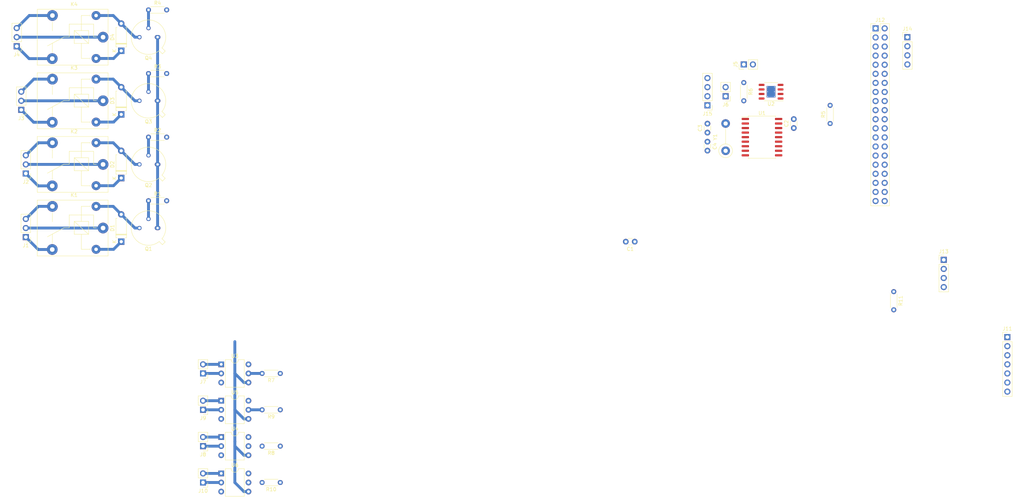
<source format=kicad_pcb>
(kicad_pcb (version 20171130) (host pcbnew 5.1.7)

  (general
    (thickness 1.6)
    (drawings 0)
    (tracks 74)
    (zones 0)
    (modules 49)
    (nets 93)
  )

  (page A4)
  (layers
    (0 F.Cu signal)
    (31 B.Cu signal)
    (32 B.Adhes user)
    (33 F.Adhes user)
    (34 B.Paste user)
    (35 F.Paste user)
    (36 B.SilkS user)
    (37 F.SilkS user)
    (38 B.Mask user)
    (39 F.Mask user)
    (40 Dwgs.User user)
    (41 Cmts.User user)
    (42 Eco1.User user)
    (43 Eco2.User user)
    (44 Edge.Cuts user)
    (45 Margin user)
    (46 B.CrtYd user)
    (47 F.CrtYd user)
    (48 B.Fab user)
    (49 F.Fab user)
  )

  (setup
    (last_trace_width 0.8)
    (trace_clearance 0.2)
    (zone_clearance 0.508)
    (zone_45_only no)
    (trace_min 0.2)
    (via_size 1.8)
    (via_drill 0.8)
    (via_min_size 0.4)
    (via_min_drill 0.3)
    (uvia_size 0.3)
    (uvia_drill 0.1)
    (uvias_allowed no)
    (uvia_min_size 0.2)
    (uvia_min_drill 0.1)
    (edge_width 0.05)
    (segment_width 0.2)
    (pcb_text_width 0.3)
    (pcb_text_size 1.5 1.5)
    (mod_edge_width 0.12)
    (mod_text_size 1 1)
    (mod_text_width 0.15)
    (pad_size 1.524 1.524)
    (pad_drill 0.762)
    (pad_to_mask_clearance 0)
    (aux_axis_origin 0 0)
    (visible_elements FFFFFF7F)
    (pcbplotparams
      (layerselection 0x010fc_ffffffff)
      (usegerberextensions false)
      (usegerberattributes true)
      (usegerberadvancedattributes true)
      (creategerberjobfile true)
      (excludeedgelayer true)
      (linewidth 0.100000)
      (plotframeref false)
      (viasonmask false)
      (mode 1)
      (useauxorigin false)
      (hpglpennumber 1)
      (hpglpenspeed 20)
      (hpglpendiameter 15.000000)
      (psnegative false)
      (psa4output false)
      (plotreference true)
      (plotvalue true)
      (plotinvisibletext false)
      (padsonsilk false)
      (subtractmaskfromsilk false)
      (outputformat 1)
      (mirror false)
      (drillshape 1)
      (scaleselection 1)
      (outputdirectory ""))
  )

  (net 0 "")
  (net 1 +3V3)
  (net 2 GND)
  (net 3 "Net-(C3-Pad2)")
  (net 4 "Net-(C4-Pad2)")
  (net 5 "Net-(D1-Pad2)")
  (net 6 +5V)
  (net 7 "Net-(D2-Pad2)")
  (net 8 "Net-(D3-Pad2)")
  (net 9 "Net-(D4-Pad2)")
  (net 10 /NO)
  (net 11 /COM)
  (net 12 /NC)
  (net 13 /CANL)
  (net 14 "Net-(J5-Pad1)")
  (net 15 /CANH)
  (net 16 "Net-(J7-Pad2)")
  (net 17 "Net-(J7-Pad1)")
  (net 18 "Net-(J8-Pad2)")
  (net 19 "Net-(J8-Pad1)")
  (net 20 "Net-(J9-Pad2)")
  (net 21 "Net-(J9-Pad1)")
  (net 22 "Net-(J10-Pad2)")
  (net 23 "Net-(J10-Pad1)")
  (net 24 INT)
  (net 25 SCK)
  (net 26 SI)
  (net 27 SO)
  (net 28 CS)
  (net 29 /GPIO21)
  (net 30 /GPIO20)
  (net 31 /GPIO26)
  (net 32 /GPIO16)
  (net 33 /GPIO19)
  (net 34 /GPIO13)
  (net 35 /GPIO12)
  (net 36 /GPIO06)
  (net 37 /GPIO05)
  (net 38 /ID_SC)
  (net 39 /ID_SD)
  (net 40 /GPIO07)
  (net 41 /GPIO24)
  (net 42 /GPIO23)
  (net 43 /GPIO22)
  (net 44 /GPIO27)
  (net 45 /GPIO18)
  (net 46 /GPIO17)
  (net 47 SDA)
  (net 48 SCL)
  (net 49 /GPIO04)
  (net 50 /GPIO03)
  (net 51 /GPIO02)
  (net 52 "Net-(J13-Pad3)")
  (net 53 /DATA)
  (net 54 "Net-(Q1-Pad2)")
  (net 55 "Net-(Q2-Pad2)")
  (net 56 "Net-(Q3-Pad2)")
  (net 57 "Net-(Q4-Pad2)")
  (net 58 Relay1)
  (net 59 "Net-(R5-Pad2)")
  (net 60 Input1)
  (net 61 Input2)
  (net 62 Input3)
  (net 63 "Net-(U1-Pad11)")
  (net 64 "Net-(U1-Pad10)")
  (net 65 "Net-(U1-Pad6)")
  (net 66 "Net-(U1-Pad5)")
  (net 67 "Net-(U1-Pad4)")
  (net 68 "Net-(U1-Pad3)")
  (net 69 "Net-(U1-Pad2)")
  (net 70 "Net-(U1-Pad1)")
  (net 71 "Net-(U2-Pad8)")
  (net 72 "Net-(U2-Pad5)")
  (net 73 "Net-(U3-Pad6)")
  (net 74 "Net-(U3-Pad3)")
  (net 75 "Net-(U4-Pad6)")
  (net 76 "Net-(U4-Pad3)")
  (net 77 "Net-(U5-Pad6)")
  (net 78 "Net-(U5-Pad3)")
  (net 79 "Net-(U6-Pad6)")
  (net 80 "Net-(U6-Pad3)")
  (net 81 /NO_1)
  (net 82 /COM_1)
  (net 83 /NC_1)
  (net 84 /NO_2)
  (net 85 /COM_2)
  (net 86 /NC_2)
  (net 87 /NO_3)
  (net 88 /COM_3)
  (net 89 /NC_3)
  (net 90 Input4)
  (net 91 "Net-(J15-Pad4)")
  (net 92 "Net-(J15-Pad1)")

  (net_class Default "This is the default net class."
    (clearance 0.2)
    (trace_width 0.8)
    (via_dia 1.8)
    (via_drill 0.8)
    (uvia_dia 0.3)
    (uvia_drill 0.1)
    (add_net +3V3)
    (add_net +5V)
    (add_net /CANH)
    (add_net /CANL)
    (add_net /COM)
    (add_net /COM_1)
    (add_net /COM_2)
    (add_net /COM_3)
    (add_net /DATA)
    (add_net /GPIO02)
    (add_net /GPIO03)
    (add_net /GPIO04)
    (add_net /GPIO05)
    (add_net /GPIO06)
    (add_net /GPIO07)
    (add_net /GPIO12)
    (add_net /GPIO13)
    (add_net /GPIO16)
    (add_net /GPIO17)
    (add_net /GPIO18)
    (add_net /GPIO19)
    (add_net /GPIO20)
    (add_net /GPIO21)
    (add_net /GPIO22)
    (add_net /GPIO23)
    (add_net /GPIO24)
    (add_net /GPIO26)
    (add_net /GPIO27)
    (add_net /ID_SC)
    (add_net /ID_SD)
    (add_net /NC)
    (add_net /NC_1)
    (add_net /NC_2)
    (add_net /NC_3)
    (add_net /NO)
    (add_net /NO_1)
    (add_net /NO_2)
    (add_net /NO_3)
    (add_net CS)
    (add_net GND)
    (add_net INT)
    (add_net Input1)
    (add_net Input2)
    (add_net Input3)
    (add_net Input4)
    (add_net "Net-(C3-Pad2)")
    (add_net "Net-(C4-Pad2)")
    (add_net "Net-(D1-Pad2)")
    (add_net "Net-(D2-Pad2)")
    (add_net "Net-(D3-Pad2)")
    (add_net "Net-(D4-Pad2)")
    (add_net "Net-(J10-Pad1)")
    (add_net "Net-(J10-Pad2)")
    (add_net "Net-(J13-Pad3)")
    (add_net "Net-(J15-Pad1)")
    (add_net "Net-(J15-Pad4)")
    (add_net "Net-(J5-Pad1)")
    (add_net "Net-(J7-Pad1)")
    (add_net "Net-(J7-Pad2)")
    (add_net "Net-(J8-Pad1)")
    (add_net "Net-(J8-Pad2)")
    (add_net "Net-(J9-Pad1)")
    (add_net "Net-(J9-Pad2)")
    (add_net "Net-(Q1-Pad2)")
    (add_net "Net-(Q2-Pad2)")
    (add_net "Net-(Q3-Pad2)")
    (add_net "Net-(Q4-Pad2)")
    (add_net "Net-(R5-Pad2)")
    (add_net "Net-(U1-Pad1)")
    (add_net "Net-(U1-Pad10)")
    (add_net "Net-(U1-Pad11)")
    (add_net "Net-(U1-Pad2)")
    (add_net "Net-(U1-Pad3)")
    (add_net "Net-(U1-Pad4)")
    (add_net "Net-(U1-Pad5)")
    (add_net "Net-(U1-Pad6)")
    (add_net "Net-(U2-Pad5)")
    (add_net "Net-(U2-Pad8)")
    (add_net "Net-(U3-Pad3)")
    (add_net "Net-(U3-Pad6)")
    (add_net "Net-(U4-Pad3)")
    (add_net "Net-(U4-Pad6)")
    (add_net "Net-(U5-Pad3)")
    (add_net "Net-(U5-Pad6)")
    (add_net "Net-(U6-Pad3)")
    (add_net "Net-(U6-Pad6)")
    (add_net Relay1)
    (add_net SCK)
    (add_net SCL)
    (add_net SDA)
    (add_net SI)
    (add_net SO)
  )

  (module Resistor_THT:R_Axial_DIN0411_L9.9mm_D3.6mm_P7.62mm_Vertical (layer F.Cu) (tedit 5AE5139B) (tstamp 5F9609A4)
    (at 224.79 55.88 90)
    (descr "Resistor, Axial_DIN0411 series, Axial, Vertical, pin pitch=7.62mm, 1W, length*diameter=9.9*3.6mm^2")
    (tags "Resistor Axial_DIN0411 series Axial Vertical pin pitch 7.62mm 1W length 9.9mm diameter 3.6mm")
    (path /5F9A0726)
    (fp_text reference Y1 (at 3.81 -2.92 90) (layer F.SilkS)
      (effects (font (size 1 1) (thickness 0.15)))
    )
    (fp_text value 8M (at 3.81 2.92 90) (layer F.Fab)
      (effects (font (size 1 1) (thickness 0.15)))
    )
    (fp_text user %R (at 3.81 -2.92 90) (layer F.Fab)
      (effects (font (size 1 1) (thickness 0.15)))
    )
    (fp_circle (center 0 0) (end 1.8 0) (layer F.Fab) (width 0.1))
    (fp_circle (center 0 0) (end 1.92 0) (layer F.SilkS) (width 0.12))
    (fp_line (start 0 0) (end 7.62 0) (layer F.Fab) (width 0.1))
    (fp_line (start 1.92 0) (end 6.12 0) (layer F.SilkS) (width 0.12))
    (fp_line (start -2.05 -2.05) (end -2.05 2.05) (layer F.CrtYd) (width 0.05))
    (fp_line (start -2.05 2.05) (end 9.07 2.05) (layer F.CrtYd) (width 0.05))
    (fp_line (start 9.07 2.05) (end 9.07 -2.05) (layer F.CrtYd) (width 0.05))
    (fp_line (start 9.07 -2.05) (end -2.05 -2.05) (layer F.CrtYd) (width 0.05))
    (pad 2 thru_hole oval (at 7.62 0 90) (size 2.4 2.4) (drill 1.2) (layers *.Cu *.Mask)
      (net 3 "Net-(C3-Pad2)"))
    (pad 1 thru_hole circle (at 0 0 90) (size 2.4 2.4) (drill 1.2) (layers *.Cu *.Mask)
      (net 4 "Net-(C4-Pad2)"))
    (model ${KISYS3DMOD}/Resistor_THT.3dshapes/R_Axial_DIN0411_L9.9mm_D3.6mm_P7.62mm_Vertical.wrl
      (at (xyz 0 0 0))
      (scale (xyz 1 1 1))
      (rotate (xyz 0 0 0))
    )
  )

  (module Connector_PinHeader_2.54mm:PinHeader_1x04_P2.54mm_Vertical (layer F.Cu) (tedit 59FED5CC) (tstamp 5F95AD54)
    (at 219.71 43.18 180)
    (descr "Through hole straight pin header, 1x04, 2.54mm pitch, single row")
    (tags "Through hole pin header THT 1x04 2.54mm single row")
    (path /605817A4)
    (fp_text reference J15 (at 0 -2.33) (layer F.SilkS)
      (effects (font (size 1 1) (thickness 0.15)))
    )
    (fp_text value Conn_01x04 (at 0 9.95) (layer F.Fab)
      (effects (font (size 1 1) (thickness 0.15)))
    )
    (fp_text user %R (at 0 3.81 90) (layer F.Fab)
      (effects (font (size 1 1) (thickness 0.15)))
    )
    (fp_line (start -0.635 -1.27) (end 1.27 -1.27) (layer F.Fab) (width 0.1))
    (fp_line (start 1.27 -1.27) (end 1.27 8.89) (layer F.Fab) (width 0.1))
    (fp_line (start 1.27 8.89) (end -1.27 8.89) (layer F.Fab) (width 0.1))
    (fp_line (start -1.27 8.89) (end -1.27 -0.635) (layer F.Fab) (width 0.1))
    (fp_line (start -1.27 -0.635) (end -0.635 -1.27) (layer F.Fab) (width 0.1))
    (fp_line (start -1.33 8.95) (end 1.33 8.95) (layer F.SilkS) (width 0.12))
    (fp_line (start -1.33 1.27) (end -1.33 8.95) (layer F.SilkS) (width 0.12))
    (fp_line (start 1.33 1.27) (end 1.33 8.95) (layer F.SilkS) (width 0.12))
    (fp_line (start -1.33 1.27) (end 1.33 1.27) (layer F.SilkS) (width 0.12))
    (fp_line (start -1.33 0) (end -1.33 -1.33) (layer F.SilkS) (width 0.12))
    (fp_line (start -1.33 -1.33) (end 0 -1.33) (layer F.SilkS) (width 0.12))
    (fp_line (start -1.8 -1.8) (end -1.8 9.4) (layer F.CrtYd) (width 0.05))
    (fp_line (start -1.8 9.4) (end 1.8 9.4) (layer F.CrtYd) (width 0.05))
    (fp_line (start 1.8 9.4) (end 1.8 -1.8) (layer F.CrtYd) (width 0.05))
    (fp_line (start 1.8 -1.8) (end -1.8 -1.8) (layer F.CrtYd) (width 0.05))
    (pad 4 thru_hole oval (at 0 7.62 180) (size 1.7 1.7) (drill 1) (layers *.Cu *.Mask)
      (net 91 "Net-(J15-Pad4)"))
    (pad 3 thru_hole oval (at 0 5.08 180) (size 1.7 1.7) (drill 1) (layers *.Cu *.Mask)
      (net 13 /CANL))
    (pad 2 thru_hole oval (at 0 2.54 180) (size 1.7 1.7) (drill 1) (layers *.Cu *.Mask)
      (net 15 /CANH))
    (pad 1 thru_hole rect (at 0 0 180) (size 1.7 1.7) (drill 1) (layers *.Cu *.Mask)
      (net 92 "Net-(J15-Pad1)"))
    (model ${KISYS3DMOD}/Connector_PinHeader_2.54mm.3dshapes/PinHeader_1x04_P2.54mm_Vertical.wrl
      (at (xyz 0 0 0))
      (scale (xyz 1 1 1))
      (rotate (xyz 0 0 0))
    )
  )

  (module Package_SO:HTSOP-8-1EP_3.9x4.9mm_P1.27mm_EP2.4x3.2mm_ThermalVias (layer F.Cu) (tedit 5DC5FE74) (tstamp 5F94F96B)
    (at 237.49 39.37 180)
    (descr "HTSOP, 8 Pin (https://media.digikey.com/pdf/Data%20Sheets/Rohm%20PDFs/BD9G341EFJ.pdf), generated with kicad-footprint-generator ipc_gullwing_generator.py")
    (tags "HTSOP SO")
    (path /5F95F1DA)
    (attr smd)
    (fp_text reference U2 (at 0 -3.4) (layer F.SilkS)
      (effects (font (size 1 1) (thickness 0.15)))
    )
    (fp_text value MCP2551-I-P (at 0 3.4) (layer F.Fab)
      (effects (font (size 1 1) (thickness 0.15)))
    )
    (fp_text user %R (at 0 0) (layer F.Fab)
      (effects (font (size 0.98 0.98) (thickness 0.15)))
    )
    (fp_line (start 0 2.56) (end 1.95 2.56) (layer F.SilkS) (width 0.12))
    (fp_line (start 0 2.56) (end -1.95 2.56) (layer F.SilkS) (width 0.12))
    (fp_line (start 0 -2.56) (end 1.95 -2.56) (layer F.SilkS) (width 0.12))
    (fp_line (start 0 -2.56) (end -3.45 -2.56) (layer F.SilkS) (width 0.12))
    (fp_line (start -0.975 -2.45) (end 1.95 -2.45) (layer F.Fab) (width 0.1))
    (fp_line (start 1.95 -2.45) (end 1.95 2.45) (layer F.Fab) (width 0.1))
    (fp_line (start 1.95 2.45) (end -1.95 2.45) (layer F.Fab) (width 0.1))
    (fp_line (start -1.95 2.45) (end -1.95 -1.475) (layer F.Fab) (width 0.1))
    (fp_line (start -1.95 -1.475) (end -0.975 -2.45) (layer F.Fab) (width 0.1))
    (fp_line (start -3.7 -2.7) (end -3.7 2.7) (layer F.CrtYd) (width 0.05))
    (fp_line (start -3.7 2.7) (end 3.7 2.7) (layer F.CrtYd) (width 0.05))
    (fp_line (start 3.7 2.7) (end 3.7 -2.7) (layer F.CrtYd) (width 0.05))
    (fp_line (start 3.7 -2.7) (end -3.7 -2.7) (layer F.CrtYd) (width 0.05))
    (pad "" smd roundrect (at 0.6 0.8 180) (size 0.97 1.29) (layers F.Paste) (roundrect_rratio 0.25))
    (pad "" smd roundrect (at 0.6 -0.8 180) (size 0.97 1.29) (layers F.Paste) (roundrect_rratio 0.25))
    (pad "" smd roundrect (at -0.6 0.8 180) (size 0.97 1.29) (layers F.Paste) (roundrect_rratio 0.25))
    (pad "" smd roundrect (at -0.6 -0.8 180) (size 0.97 1.29) (layers F.Paste) (roundrect_rratio 0.25))
    (pad 9 smd rect (at 0 0 180) (size 2.4 3.2) (layers B.Cu))
    (pad 9 thru_hole circle (at 0.95 1.35 180) (size 0.5 0.5) (drill 0.2) (layers *.Cu))
    (pad 9 thru_hole circle (at -0.95 1.35 180) (size 0.5 0.5) (drill 0.2) (layers *.Cu))
    (pad 9 thru_hole circle (at 0.95 0 180) (size 0.5 0.5) (drill 0.2) (layers *.Cu))
    (pad 9 thru_hole circle (at -0.95 0 180) (size 0.5 0.5) (drill 0.2) (layers *.Cu))
    (pad 9 thru_hole circle (at 0.95 -1.35 180) (size 0.5 0.5) (drill 0.2) (layers *.Cu))
    (pad 9 thru_hole circle (at -0.95 -1.35 180) (size 0.5 0.5) (drill 0.2) (layers *.Cu))
    (pad 9 smd rect (at 0 0 180) (size 2.4 3.2) (layers F.Cu F.Mask))
    (pad 8 smd roundrect (at 2.65 -1.905 180) (size 1.6 0.6) (layers F.Cu F.Paste F.Mask) (roundrect_rratio 0.25)
      (net 71 "Net-(U2-Pad8)"))
    (pad 7 smd roundrect (at 2.65 -0.635 180) (size 1.6 0.6) (layers F.Cu F.Paste F.Mask) (roundrect_rratio 0.25)
      (net 15 /CANH))
    (pad 6 smd roundrect (at 2.65 0.635 180) (size 1.6 0.6) (layers F.Cu F.Paste F.Mask) (roundrect_rratio 0.25)
      (net 13 /CANL))
    (pad 5 smd roundrect (at 2.65 1.905 180) (size 1.6 0.6) (layers F.Cu F.Paste F.Mask) (roundrect_rratio 0.25)
      (net 72 "Net-(U2-Pad5)"))
    (pad 4 smd roundrect (at -2.65 1.905 180) (size 1.6 0.6) (layers F.Cu F.Paste F.Mask) (roundrect_rratio 0.25)
      (net 69 "Net-(U1-Pad2)"))
    (pad 3 smd roundrect (at -2.65 0.635 180) (size 1.6 0.6) (layers F.Cu F.Paste F.Mask) (roundrect_rratio 0.25)
      (net 6 +5V))
    (pad 2 smd roundrect (at -2.65 -0.635 180) (size 1.6 0.6) (layers F.Cu F.Paste F.Mask) (roundrect_rratio 0.25)
      (net 2 GND))
    (pad 1 smd roundrect (at -2.65 -1.905 180) (size 1.6 0.6) (layers F.Cu F.Paste F.Mask) (roundrect_rratio 0.25)
      (net 70 "Net-(U1-Pad1)"))
    (model ${KISYS3DMOD}/Package_SO.3dshapes/HTSOP-8-1EP_3.9x4.9mm_P1.27mm_EP2.4x3.2mm.wrl
      (at (xyz 0 0 0))
      (scale (xyz 1 1 1))
      (rotate (xyz 0 0 0))
    )
  )

  (module Connector_PinHeader_2.54mm:PinHeader_1x07_P2.54mm_Vertical (layer F.Cu) (tedit 59FED5CC) (tstamp 5F9581C8)
    (at 303.53 107.95)
    (descr "Through hole straight pin header, 1x07, 2.54mm pitch, single row")
    (tags "Through hole pin header THT 1x07 2.54mm single row")
    (path /5F96020F)
    (fp_text reference J11 (at 0 -2.33) (layer F.SilkS)
      (effects (font (size 1 1) (thickness 0.15)))
    )
    (fp_text value Conn_01x07 (at 0 17.57) (layer F.Fab)
      (effects (font (size 1 1) (thickness 0.15)))
    )
    (fp_text user %R (at 0 7.62 90) (layer F.Fab)
      (effects (font (size 1 1) (thickness 0.15)))
    )
    (fp_line (start -0.635 -1.27) (end 1.27 -1.27) (layer F.Fab) (width 0.1))
    (fp_line (start 1.27 -1.27) (end 1.27 16.51) (layer F.Fab) (width 0.1))
    (fp_line (start 1.27 16.51) (end -1.27 16.51) (layer F.Fab) (width 0.1))
    (fp_line (start -1.27 16.51) (end -1.27 -0.635) (layer F.Fab) (width 0.1))
    (fp_line (start -1.27 -0.635) (end -0.635 -1.27) (layer F.Fab) (width 0.1))
    (fp_line (start -1.33 16.57) (end 1.33 16.57) (layer F.SilkS) (width 0.12))
    (fp_line (start -1.33 1.27) (end -1.33 16.57) (layer F.SilkS) (width 0.12))
    (fp_line (start 1.33 1.27) (end 1.33 16.57) (layer F.SilkS) (width 0.12))
    (fp_line (start -1.33 1.27) (end 1.33 1.27) (layer F.SilkS) (width 0.12))
    (fp_line (start -1.33 0) (end -1.33 -1.33) (layer F.SilkS) (width 0.12))
    (fp_line (start -1.33 -1.33) (end 0 -1.33) (layer F.SilkS) (width 0.12))
    (fp_line (start -1.8 -1.8) (end -1.8 17.05) (layer F.CrtYd) (width 0.05))
    (fp_line (start -1.8 17.05) (end 1.8 17.05) (layer F.CrtYd) (width 0.05))
    (fp_line (start 1.8 17.05) (end 1.8 -1.8) (layer F.CrtYd) (width 0.05))
    (fp_line (start 1.8 -1.8) (end -1.8 -1.8) (layer F.CrtYd) (width 0.05))
    (pad 7 thru_hole oval (at 0 15.24) (size 1.7 1.7) (drill 1) (layers *.Cu *.Mask)
      (net 2 GND))
    (pad 6 thru_hole oval (at 0 12.7) (size 1.7 1.7) (drill 1) (layers *.Cu *.Mask)
      (net 24 INT))
    (pad 5 thru_hole oval (at 0 10.16) (size 1.7 1.7) (drill 1) (layers *.Cu *.Mask)
      (net 25 SCK))
    (pad 4 thru_hole oval (at 0 7.62) (size 1.7 1.7) (drill 1) (layers *.Cu *.Mask)
      (net 26 SI))
    (pad 3 thru_hole oval (at 0 5.08) (size 1.7 1.7) (drill 1) (layers *.Cu *.Mask)
      (net 27 SO))
    (pad 2 thru_hole oval (at 0 2.54) (size 1.7 1.7) (drill 1) (layers *.Cu *.Mask)
      (net 28 CS))
    (pad 1 thru_hole rect (at 0 0) (size 1.7 1.7) (drill 1) (layers *.Cu *.Mask)
      (net 1 +3V3))
    (model ${KISYS3DMOD}/Connector_PinHeader_2.54mm.3dshapes/PinHeader_1x07_P2.54mm_Vertical.wrl
      (at (xyz 0 0 0))
      (scale (xyz 1 1 1))
      (rotate (xyz 0 0 0))
    )
  )

  (module Connector_PinHeader_2.54mm:PinHeader_2x20_P2.54mm_Vertical (layer F.Cu) (tedit 59FED5CC) (tstamp 5F94F729)
    (at 266.7 21.67)
    (descr "Through hole straight pin header, 2x20, 2.54mm pitch, double rows")
    (tags "Through hole pin header THT 2x20 2.54mm double row")
    (path /5F948853)
    (fp_text reference J12 (at 1.27 -2.33) (layer F.SilkS)
      (effects (font (size 1 1) (thickness 0.15)))
    )
    (fp_text value Conn_02x20_Odd_Even (at 1.27 50.59) (layer F.Fab)
      (effects (font (size 1 1) (thickness 0.15)))
    )
    (fp_text user %R (at 1.27 24.13 90) (layer F.Fab)
      (effects (font (size 1 1) (thickness 0.15)))
    )
    (fp_line (start 0 -1.27) (end 3.81 -1.27) (layer F.Fab) (width 0.1))
    (fp_line (start 3.81 -1.27) (end 3.81 49.53) (layer F.Fab) (width 0.1))
    (fp_line (start 3.81 49.53) (end -1.27 49.53) (layer F.Fab) (width 0.1))
    (fp_line (start -1.27 49.53) (end -1.27 0) (layer F.Fab) (width 0.1))
    (fp_line (start -1.27 0) (end 0 -1.27) (layer F.Fab) (width 0.1))
    (fp_line (start -1.33 49.59) (end 3.87 49.59) (layer F.SilkS) (width 0.12))
    (fp_line (start -1.33 1.27) (end -1.33 49.59) (layer F.SilkS) (width 0.12))
    (fp_line (start 3.87 -1.33) (end 3.87 49.59) (layer F.SilkS) (width 0.12))
    (fp_line (start -1.33 1.27) (end 1.27 1.27) (layer F.SilkS) (width 0.12))
    (fp_line (start 1.27 1.27) (end 1.27 -1.33) (layer F.SilkS) (width 0.12))
    (fp_line (start 1.27 -1.33) (end 3.87 -1.33) (layer F.SilkS) (width 0.12))
    (fp_line (start -1.33 0) (end -1.33 -1.33) (layer F.SilkS) (width 0.12))
    (fp_line (start -1.33 -1.33) (end 0 -1.33) (layer F.SilkS) (width 0.12))
    (fp_line (start -1.8 -1.8) (end -1.8 50.05) (layer F.CrtYd) (width 0.05))
    (fp_line (start -1.8 50.05) (end 4.35 50.05) (layer F.CrtYd) (width 0.05))
    (fp_line (start 4.35 50.05) (end 4.35 -1.8) (layer F.CrtYd) (width 0.05))
    (fp_line (start 4.35 -1.8) (end -1.8 -1.8) (layer F.CrtYd) (width 0.05))
    (pad 40 thru_hole oval (at 2.54 48.26) (size 1.7 1.7) (drill 1) (layers *.Cu *.Mask)
      (net 29 /GPIO21))
    (pad 39 thru_hole oval (at 0 48.26) (size 1.7 1.7) (drill 1) (layers *.Cu *.Mask)
      (net 2 GND))
    (pad 38 thru_hole oval (at 2.54 45.72) (size 1.7 1.7) (drill 1) (layers *.Cu *.Mask)
      (net 30 /GPIO20))
    (pad 37 thru_hole oval (at 0 45.72) (size 1.7 1.7) (drill 1) (layers *.Cu *.Mask)
      (net 31 /GPIO26))
    (pad 36 thru_hole oval (at 2.54 43.18) (size 1.7 1.7) (drill 1) (layers *.Cu *.Mask)
      (net 32 /GPIO16))
    (pad 35 thru_hole oval (at 0 43.18) (size 1.7 1.7) (drill 1) (layers *.Cu *.Mask)
      (net 33 /GPIO19))
    (pad 34 thru_hole oval (at 2.54 40.64) (size 1.7 1.7) (drill 1) (layers *.Cu *.Mask)
      (net 2 GND))
    (pad 33 thru_hole oval (at 0 40.64) (size 1.7 1.7) (drill 1) (layers *.Cu *.Mask)
      (net 34 /GPIO13))
    (pad 32 thru_hole oval (at 2.54 38.1) (size 1.7 1.7) (drill 1) (layers *.Cu *.Mask)
      (net 35 /GPIO12))
    (pad 31 thru_hole oval (at 0 38.1) (size 1.7 1.7) (drill 1) (layers *.Cu *.Mask)
      (net 36 /GPIO06))
    (pad 30 thru_hole oval (at 2.54 35.56) (size 1.7 1.7) (drill 1) (layers *.Cu *.Mask)
      (net 2 GND))
    (pad 29 thru_hole oval (at 0 35.56) (size 1.7 1.7) (drill 1) (layers *.Cu *.Mask)
      (net 37 /GPIO05))
    (pad 28 thru_hole oval (at 2.54 33.02) (size 1.7 1.7) (drill 1) (layers *.Cu *.Mask)
      (net 38 /ID_SC))
    (pad 27 thru_hole oval (at 0 33.02) (size 1.7 1.7) (drill 1) (layers *.Cu *.Mask)
      (net 39 /ID_SD))
    (pad 26 thru_hole oval (at 2.54 30.48) (size 1.7 1.7) (drill 1) (layers *.Cu *.Mask)
      (net 40 /GPIO07))
    (pad 25 thru_hole oval (at 0 30.48) (size 1.7 1.7) (drill 1) (layers *.Cu *.Mask)
      (net 2 GND))
    (pad 24 thru_hole oval (at 2.54 27.94) (size 1.7 1.7) (drill 1) (layers *.Cu *.Mask)
      (net 28 CS))
    (pad 23 thru_hole oval (at 0 27.94) (size 1.7 1.7) (drill 1) (layers *.Cu *.Mask)
      (net 25 SCK))
    (pad 22 thru_hole oval (at 2.54 25.4) (size 1.7 1.7) (drill 1) (layers *.Cu *.Mask)
      (net 24 INT))
    (pad 21 thru_hole oval (at 0 25.4) (size 1.7 1.7) (drill 1) (layers *.Cu *.Mask)
      (net 27 SO))
    (pad 20 thru_hole oval (at 2.54 22.86) (size 1.7 1.7) (drill 1) (layers *.Cu *.Mask)
      (net 2 GND))
    (pad 19 thru_hole oval (at 0 22.86) (size 1.7 1.7) (drill 1) (layers *.Cu *.Mask)
      (net 26 SI))
    (pad 18 thru_hole oval (at 2.54 20.32) (size 1.7 1.7) (drill 1) (layers *.Cu *.Mask)
      (net 41 /GPIO24))
    (pad 17 thru_hole oval (at 0 20.32) (size 1.7 1.7) (drill 1) (layers *.Cu *.Mask)
      (net 1 +3V3))
    (pad 16 thru_hole oval (at 2.54 17.78) (size 1.7 1.7) (drill 1) (layers *.Cu *.Mask)
      (net 42 /GPIO23))
    (pad 15 thru_hole oval (at 0 17.78) (size 1.7 1.7) (drill 1) (layers *.Cu *.Mask)
      (net 43 /GPIO22))
    (pad 14 thru_hole oval (at 2.54 15.24) (size 1.7 1.7) (drill 1) (layers *.Cu *.Mask)
      (net 2 GND))
    (pad 13 thru_hole oval (at 0 15.24) (size 1.7 1.7) (drill 1) (layers *.Cu *.Mask)
      (net 44 /GPIO27))
    (pad 12 thru_hole oval (at 2.54 12.7) (size 1.7 1.7) (drill 1) (layers *.Cu *.Mask)
      (net 45 /GPIO18))
    (pad 11 thru_hole oval (at 0 12.7) (size 1.7 1.7) (drill 1) (layers *.Cu *.Mask)
      (net 46 /GPIO17))
    (pad 10 thru_hole oval (at 2.54 10.16) (size 1.7 1.7) (drill 1) (layers *.Cu *.Mask)
      (net 47 SDA))
    (pad 9 thru_hole oval (at 0 10.16) (size 1.7 1.7) (drill 1) (layers *.Cu *.Mask)
      (net 2 GND))
    (pad 8 thru_hole oval (at 2.54 7.62) (size 1.7 1.7) (drill 1) (layers *.Cu *.Mask)
      (net 48 SCL))
    (pad 7 thru_hole oval (at 0 7.62) (size 1.7 1.7) (drill 1) (layers *.Cu *.Mask)
      (net 49 /GPIO04))
    (pad 6 thru_hole oval (at 2.54 5.08) (size 1.7 1.7) (drill 1) (layers *.Cu *.Mask)
      (net 2 GND))
    (pad 5 thru_hole oval (at 0 5.08) (size 1.7 1.7) (drill 1) (layers *.Cu *.Mask)
      (net 50 /GPIO03))
    (pad 4 thru_hole oval (at 2.54 2.54) (size 1.7 1.7) (drill 1) (layers *.Cu *.Mask)
      (net 6 +5V))
    (pad 3 thru_hole oval (at 0 2.54) (size 1.7 1.7) (drill 1) (layers *.Cu *.Mask)
      (net 51 /GPIO02))
    (pad 2 thru_hole oval (at 2.54 0) (size 1.7 1.7) (drill 1) (layers *.Cu *.Mask)
      (net 6 +5V))
    (pad 1 thru_hole rect (at 0 0) (size 1.7 1.7) (drill 1) (layers *.Cu *.Mask)
      (net 1 +3V3))
    (model ${KISYS3DMOD}/Connector_PinHeader_2.54mm.3dshapes/PinHeader_2x20_P2.54mm_Vertical.wrl
      (at (xyz 0 0 0))
      (scale (xyz 1 1 1))
      (rotate (xyz 0 0 0))
    )
  )

  (module Connector_PinHeader_2.54mm:PinHeader_1x02_P2.54mm_Vertical (layer F.Cu) (tedit 59FED5CC) (tstamp 5F94F6CD)
    (at 78.74 148.59 180)
    (descr "Through hole straight pin header, 1x02, 2.54mm pitch, single row")
    (tags "Through hole pin header THT 1x02 2.54mm single row")
    (path /600250A5)
    (fp_text reference J10 (at 0 -2.33) (layer F.SilkS)
      (effects (font (size 1 1) (thickness 0.15)))
    )
    (fp_text value Conn_01x02 (at 0 4.87) (layer F.Fab)
      (effects (font (size 1 1) (thickness 0.15)))
    )
    (fp_text user %R (at 0 1.27 90) (layer F.Fab)
      (effects (font (size 1 1) (thickness 0.15)))
    )
    (fp_line (start -0.635 -1.27) (end 1.27 -1.27) (layer F.Fab) (width 0.1))
    (fp_line (start 1.27 -1.27) (end 1.27 3.81) (layer F.Fab) (width 0.1))
    (fp_line (start 1.27 3.81) (end -1.27 3.81) (layer F.Fab) (width 0.1))
    (fp_line (start -1.27 3.81) (end -1.27 -0.635) (layer F.Fab) (width 0.1))
    (fp_line (start -1.27 -0.635) (end -0.635 -1.27) (layer F.Fab) (width 0.1))
    (fp_line (start -1.33 3.87) (end 1.33 3.87) (layer F.SilkS) (width 0.12))
    (fp_line (start -1.33 1.27) (end -1.33 3.87) (layer F.SilkS) (width 0.12))
    (fp_line (start 1.33 1.27) (end 1.33 3.87) (layer F.SilkS) (width 0.12))
    (fp_line (start -1.33 1.27) (end 1.33 1.27) (layer F.SilkS) (width 0.12))
    (fp_line (start -1.33 0) (end -1.33 -1.33) (layer F.SilkS) (width 0.12))
    (fp_line (start -1.33 -1.33) (end 0 -1.33) (layer F.SilkS) (width 0.12))
    (fp_line (start -1.8 -1.8) (end -1.8 4.35) (layer F.CrtYd) (width 0.05))
    (fp_line (start -1.8 4.35) (end 1.8 4.35) (layer F.CrtYd) (width 0.05))
    (fp_line (start 1.8 4.35) (end 1.8 -1.8) (layer F.CrtYd) (width 0.05))
    (fp_line (start 1.8 -1.8) (end -1.8 -1.8) (layer F.CrtYd) (width 0.05))
    (pad 2 thru_hole oval (at 0 2.54 180) (size 1.7 1.7) (drill 1) (layers *.Cu *.Mask)
      (net 22 "Net-(J10-Pad2)"))
    (pad 1 thru_hole rect (at 0 0 180) (size 1.7 1.7) (drill 1) (layers *.Cu *.Mask)
      (net 23 "Net-(J10-Pad1)"))
    (model ${KISYS3DMOD}/Connector_PinHeader_2.54mm.3dshapes/PinHeader_1x02_P2.54mm_Vertical.wrl
      (at (xyz 0 0 0))
      (scale (xyz 1 1 1))
      (rotate (xyz 0 0 0))
    )
  )

  (module Connector_PinHeader_2.54mm:PinHeader_1x02_P2.54mm_Vertical (layer F.Cu) (tedit 59FED5CC) (tstamp 5F94F6B5)
    (at 78.74 128.27 180)
    (descr "Through hole straight pin header, 1x02, 2.54mm pitch, single row")
    (tags "Through hole pin header THT 1x02 2.54mm single row")
    (path /5FF561C7)
    (fp_text reference J9 (at 0 -2.33) (layer F.SilkS)
      (effects (font (size 1 1) (thickness 0.15)))
    )
    (fp_text value Conn_01x02 (at 0 4.87) (layer F.Fab)
      (effects (font (size 1 1) (thickness 0.15)))
    )
    (fp_text user %R (at 0 1.27 90) (layer F.Fab)
      (effects (font (size 1 1) (thickness 0.15)))
    )
    (fp_line (start -0.635 -1.27) (end 1.27 -1.27) (layer F.Fab) (width 0.1))
    (fp_line (start 1.27 -1.27) (end 1.27 3.81) (layer F.Fab) (width 0.1))
    (fp_line (start 1.27 3.81) (end -1.27 3.81) (layer F.Fab) (width 0.1))
    (fp_line (start -1.27 3.81) (end -1.27 -0.635) (layer F.Fab) (width 0.1))
    (fp_line (start -1.27 -0.635) (end -0.635 -1.27) (layer F.Fab) (width 0.1))
    (fp_line (start -1.33 3.87) (end 1.33 3.87) (layer F.SilkS) (width 0.12))
    (fp_line (start -1.33 1.27) (end -1.33 3.87) (layer F.SilkS) (width 0.12))
    (fp_line (start 1.33 1.27) (end 1.33 3.87) (layer F.SilkS) (width 0.12))
    (fp_line (start -1.33 1.27) (end 1.33 1.27) (layer F.SilkS) (width 0.12))
    (fp_line (start -1.33 0) (end -1.33 -1.33) (layer F.SilkS) (width 0.12))
    (fp_line (start -1.33 -1.33) (end 0 -1.33) (layer F.SilkS) (width 0.12))
    (fp_line (start -1.8 -1.8) (end -1.8 4.35) (layer F.CrtYd) (width 0.05))
    (fp_line (start -1.8 4.35) (end 1.8 4.35) (layer F.CrtYd) (width 0.05))
    (fp_line (start 1.8 4.35) (end 1.8 -1.8) (layer F.CrtYd) (width 0.05))
    (fp_line (start 1.8 -1.8) (end -1.8 -1.8) (layer F.CrtYd) (width 0.05))
    (pad 2 thru_hole oval (at 0 2.54 180) (size 1.7 1.7) (drill 1) (layers *.Cu *.Mask)
      (net 20 "Net-(J9-Pad2)"))
    (pad 1 thru_hole rect (at 0 0 180) (size 1.7 1.7) (drill 1) (layers *.Cu *.Mask)
      (net 21 "Net-(J9-Pad1)"))
    (model ${KISYS3DMOD}/Connector_PinHeader_2.54mm.3dshapes/PinHeader_1x02_P2.54mm_Vertical.wrl
      (at (xyz 0 0 0))
      (scale (xyz 1 1 1))
      (rotate (xyz 0 0 0))
    )
  )

  (module Connector_PinHeader_2.54mm:PinHeader_1x02_P2.54mm_Vertical (layer F.Cu) (tedit 59FED5CC) (tstamp 5F94F69D)
    (at 78.74 138.43 180)
    (descr "Through hole straight pin header, 1x02, 2.54mm pitch, single row")
    (tags "Through hole pin header THT 1x02 2.54mm single row")
    (path /5FF4D238)
    (fp_text reference J8 (at 0 -2.33) (layer F.SilkS)
      (effects (font (size 1 1) (thickness 0.15)))
    )
    (fp_text value Conn_01x02 (at 0 4.87) (layer F.Fab)
      (effects (font (size 1 1) (thickness 0.15)))
    )
    (fp_text user %R (at 0 1.27 90) (layer F.Fab)
      (effects (font (size 1 1) (thickness 0.15)))
    )
    (fp_line (start -0.635 -1.27) (end 1.27 -1.27) (layer F.Fab) (width 0.1))
    (fp_line (start 1.27 -1.27) (end 1.27 3.81) (layer F.Fab) (width 0.1))
    (fp_line (start 1.27 3.81) (end -1.27 3.81) (layer F.Fab) (width 0.1))
    (fp_line (start -1.27 3.81) (end -1.27 -0.635) (layer F.Fab) (width 0.1))
    (fp_line (start -1.27 -0.635) (end -0.635 -1.27) (layer F.Fab) (width 0.1))
    (fp_line (start -1.33 3.87) (end 1.33 3.87) (layer F.SilkS) (width 0.12))
    (fp_line (start -1.33 1.27) (end -1.33 3.87) (layer F.SilkS) (width 0.12))
    (fp_line (start 1.33 1.27) (end 1.33 3.87) (layer F.SilkS) (width 0.12))
    (fp_line (start -1.33 1.27) (end 1.33 1.27) (layer F.SilkS) (width 0.12))
    (fp_line (start -1.33 0) (end -1.33 -1.33) (layer F.SilkS) (width 0.12))
    (fp_line (start -1.33 -1.33) (end 0 -1.33) (layer F.SilkS) (width 0.12))
    (fp_line (start -1.8 -1.8) (end -1.8 4.35) (layer F.CrtYd) (width 0.05))
    (fp_line (start -1.8 4.35) (end 1.8 4.35) (layer F.CrtYd) (width 0.05))
    (fp_line (start 1.8 4.35) (end 1.8 -1.8) (layer F.CrtYd) (width 0.05))
    (fp_line (start 1.8 -1.8) (end -1.8 -1.8) (layer F.CrtYd) (width 0.05))
    (pad 2 thru_hole oval (at 0 2.54 180) (size 1.7 1.7) (drill 1) (layers *.Cu *.Mask)
      (net 18 "Net-(J8-Pad2)"))
    (pad 1 thru_hole rect (at 0 0 180) (size 1.7 1.7) (drill 1) (layers *.Cu *.Mask)
      (net 19 "Net-(J8-Pad1)"))
    (model ${KISYS3DMOD}/Connector_PinHeader_2.54mm.3dshapes/PinHeader_1x02_P2.54mm_Vertical.wrl
      (at (xyz 0 0 0))
      (scale (xyz 1 1 1))
      (rotate (xyz 0 0 0))
    )
  )

  (module Connector_PinHeader_2.54mm:PinHeader_1x02_P2.54mm_Vertical (layer F.Cu) (tedit 59FED5CC) (tstamp 5F94F685)
    (at 78.74 118.11 180)
    (descr "Through hole straight pin header, 1x02, 2.54mm pitch, single row")
    (tags "Through hole pin header THT 1x02 2.54mm single row")
    (path /5FF426C9)
    (fp_text reference J7 (at 0 -2.33) (layer F.SilkS)
      (effects (font (size 1 1) (thickness 0.15)))
    )
    (fp_text value Conn_01x02 (at 0 4.87) (layer F.Fab)
      (effects (font (size 1 1) (thickness 0.15)))
    )
    (fp_text user %R (at 0 1.27 90) (layer F.Fab)
      (effects (font (size 1 1) (thickness 0.15)))
    )
    (fp_line (start -0.635 -1.27) (end 1.27 -1.27) (layer F.Fab) (width 0.1))
    (fp_line (start 1.27 -1.27) (end 1.27 3.81) (layer F.Fab) (width 0.1))
    (fp_line (start 1.27 3.81) (end -1.27 3.81) (layer F.Fab) (width 0.1))
    (fp_line (start -1.27 3.81) (end -1.27 -0.635) (layer F.Fab) (width 0.1))
    (fp_line (start -1.27 -0.635) (end -0.635 -1.27) (layer F.Fab) (width 0.1))
    (fp_line (start -1.33 3.87) (end 1.33 3.87) (layer F.SilkS) (width 0.12))
    (fp_line (start -1.33 1.27) (end -1.33 3.87) (layer F.SilkS) (width 0.12))
    (fp_line (start 1.33 1.27) (end 1.33 3.87) (layer F.SilkS) (width 0.12))
    (fp_line (start -1.33 1.27) (end 1.33 1.27) (layer F.SilkS) (width 0.12))
    (fp_line (start -1.33 0) (end -1.33 -1.33) (layer F.SilkS) (width 0.12))
    (fp_line (start -1.33 -1.33) (end 0 -1.33) (layer F.SilkS) (width 0.12))
    (fp_line (start -1.8 -1.8) (end -1.8 4.35) (layer F.CrtYd) (width 0.05))
    (fp_line (start -1.8 4.35) (end 1.8 4.35) (layer F.CrtYd) (width 0.05))
    (fp_line (start 1.8 4.35) (end 1.8 -1.8) (layer F.CrtYd) (width 0.05))
    (fp_line (start 1.8 -1.8) (end -1.8 -1.8) (layer F.CrtYd) (width 0.05))
    (pad 2 thru_hole oval (at 0 2.54 180) (size 1.7 1.7) (drill 1) (layers *.Cu *.Mask)
      (net 16 "Net-(J7-Pad2)"))
    (pad 1 thru_hole rect (at 0 0 180) (size 1.7 1.7) (drill 1) (layers *.Cu *.Mask)
      (net 17 "Net-(J7-Pad1)"))
    (model ${KISYS3DMOD}/Connector_PinHeader_2.54mm.3dshapes/PinHeader_1x02_P2.54mm_Vertical.wrl
      (at (xyz 0 0 0))
      (scale (xyz 1 1 1))
      (rotate (xyz 0 0 0))
    )
  )

  (module Connector_PinHeader_2.54mm:PinHeader_1x04_P2.54mm_Vertical (layer F.Cu) (tedit 59FED5CC) (tstamp 5F94F75D)
    (at 275.59 24.13)
    (descr "Through hole straight pin header, 1x04, 2.54mm pitch, single row")
    (tags "Through hole pin header THT 1x04 2.54mm single row")
    (path /602972B5)
    (fp_text reference J14 (at 0 -2.33) (layer F.SilkS)
      (effects (font (size 1 1) (thickness 0.15)))
    )
    (fp_text value Conn_01x04 (at 0 9.95) (layer F.Fab)
      (effects (font (size 1 1) (thickness 0.15)))
    )
    (fp_text user %R (at 0 3.81 90) (layer F.Fab)
      (effects (font (size 1 1) (thickness 0.15)))
    )
    (fp_line (start -0.635 -1.27) (end 1.27 -1.27) (layer F.Fab) (width 0.1))
    (fp_line (start 1.27 -1.27) (end 1.27 8.89) (layer F.Fab) (width 0.1))
    (fp_line (start 1.27 8.89) (end -1.27 8.89) (layer F.Fab) (width 0.1))
    (fp_line (start -1.27 8.89) (end -1.27 -0.635) (layer F.Fab) (width 0.1))
    (fp_line (start -1.27 -0.635) (end -0.635 -1.27) (layer F.Fab) (width 0.1))
    (fp_line (start -1.33 8.95) (end 1.33 8.95) (layer F.SilkS) (width 0.12))
    (fp_line (start -1.33 1.27) (end -1.33 8.95) (layer F.SilkS) (width 0.12))
    (fp_line (start 1.33 1.27) (end 1.33 8.95) (layer F.SilkS) (width 0.12))
    (fp_line (start -1.33 1.27) (end 1.33 1.27) (layer F.SilkS) (width 0.12))
    (fp_line (start -1.33 0) (end -1.33 -1.33) (layer F.SilkS) (width 0.12))
    (fp_line (start -1.33 -1.33) (end 0 -1.33) (layer F.SilkS) (width 0.12))
    (fp_line (start -1.8 -1.8) (end -1.8 9.4) (layer F.CrtYd) (width 0.05))
    (fp_line (start -1.8 9.4) (end 1.8 9.4) (layer F.CrtYd) (width 0.05))
    (fp_line (start 1.8 9.4) (end 1.8 -1.8) (layer F.CrtYd) (width 0.05))
    (fp_line (start 1.8 -1.8) (end -1.8 -1.8) (layer F.CrtYd) (width 0.05))
    (pad 4 thru_hole oval (at 0 7.62) (size 1.7 1.7) (drill 1) (layers *.Cu *.Mask)
      (net 48 SCL))
    (pad 3 thru_hole oval (at 0 5.08) (size 1.7 1.7) (drill 1) (layers *.Cu *.Mask)
      (net 47 SDA))
    (pad 2 thru_hole oval (at 0 2.54) (size 1.7 1.7) (drill 1) (layers *.Cu *.Mask)
      (net 1 +3V3))
    (pad 1 thru_hole rect (at 0 0) (size 1.7 1.7) (drill 1) (layers *.Cu *.Mask)
      (net 2 GND))
    (model ${KISYS3DMOD}/Connector_PinHeader_2.54mm.3dshapes/PinHeader_1x04_P2.54mm_Vertical.wrl
      (at (xyz 0 0 0))
      (scale (xyz 1 1 1))
      (rotate (xyz 0 0 0))
    )
  )

  (module Connector_PinHeader_2.54mm:PinHeader_1x04_P2.54mm_Vertical (layer F.Cu) (tedit 59FED5CC) (tstamp 5F94F743)
    (at 285.75 86.36)
    (descr "Through hole straight pin header, 1x04, 2.54mm pitch, single row")
    (tags "Through hole pin header THT 1x04 2.54mm single row")
    (path /5FB3E7D1)
    (fp_text reference J13 (at 0 -2.33) (layer F.SilkS)
      (effects (font (size 1 1) (thickness 0.15)))
    )
    (fp_text value Conn_01x04 (at 0 9.95) (layer F.Fab)
      (effects (font (size 1 1) (thickness 0.15)))
    )
    (fp_text user %R (at 0 3.81 90) (layer F.Fab)
      (effects (font (size 1 1) (thickness 0.15)))
    )
    (fp_line (start -0.635 -1.27) (end 1.27 -1.27) (layer F.Fab) (width 0.1))
    (fp_line (start 1.27 -1.27) (end 1.27 8.89) (layer F.Fab) (width 0.1))
    (fp_line (start 1.27 8.89) (end -1.27 8.89) (layer F.Fab) (width 0.1))
    (fp_line (start -1.27 8.89) (end -1.27 -0.635) (layer F.Fab) (width 0.1))
    (fp_line (start -1.27 -0.635) (end -0.635 -1.27) (layer F.Fab) (width 0.1))
    (fp_line (start -1.33 8.95) (end 1.33 8.95) (layer F.SilkS) (width 0.12))
    (fp_line (start -1.33 1.27) (end -1.33 8.95) (layer F.SilkS) (width 0.12))
    (fp_line (start 1.33 1.27) (end 1.33 8.95) (layer F.SilkS) (width 0.12))
    (fp_line (start -1.33 1.27) (end 1.33 1.27) (layer F.SilkS) (width 0.12))
    (fp_line (start -1.33 0) (end -1.33 -1.33) (layer F.SilkS) (width 0.12))
    (fp_line (start -1.33 -1.33) (end 0 -1.33) (layer F.SilkS) (width 0.12))
    (fp_line (start -1.8 -1.8) (end -1.8 9.4) (layer F.CrtYd) (width 0.05))
    (fp_line (start -1.8 9.4) (end 1.8 9.4) (layer F.CrtYd) (width 0.05))
    (fp_line (start 1.8 9.4) (end 1.8 -1.8) (layer F.CrtYd) (width 0.05))
    (fp_line (start 1.8 -1.8) (end -1.8 -1.8) (layer F.CrtYd) (width 0.05))
    (pad 4 thru_hole oval (at 0 7.62) (size 1.7 1.7) (drill 1) (layers *.Cu *.Mask)
      (net 2 GND))
    (pad 3 thru_hole oval (at 0 5.08) (size 1.7 1.7) (drill 1) (layers *.Cu *.Mask)
      (net 52 "Net-(J13-Pad3)"))
    (pad 2 thru_hole oval (at 0 2.54) (size 1.7 1.7) (drill 1) (layers *.Cu *.Mask)
      (net 53 /DATA))
    (pad 1 thru_hole rect (at 0 0) (size 1.7 1.7) (drill 1) (layers *.Cu *.Mask)
      (net 1 +3V3))
    (model ${KISYS3DMOD}/Connector_PinHeader_2.54mm.3dshapes/PinHeader_1x04_P2.54mm_Vertical.wrl
      (at (xyz 0 0 0))
      (scale (xyz 1 1 1))
      (rotate (xyz 0 0 0))
    )
  )

  (module Connector_PinHeader_2.54mm:PinHeader_1x02_P2.54mm_Vertical (layer F.Cu) (tedit 59FED5CC) (tstamp 5F94F66D)
    (at 224.79 40.64 180)
    (descr "Through hole straight pin header, 1x02, 2.54mm pitch, single row")
    (tags "Through hole pin header THT 1x02 2.54mm single row")
    (path /5F961277)
    (fp_text reference J6 (at 0 -2.33) (layer F.SilkS)
      (effects (font (size 1 1) (thickness 0.15)))
    )
    (fp_text value Conn_01x02 (at 0 4.87) (layer F.Fab)
      (effects (font (size 1 1) (thickness 0.15)))
    )
    (fp_text user %R (at 0 1.27 90) (layer F.Fab)
      (effects (font (size 1 1) (thickness 0.15)))
    )
    (fp_line (start -0.635 -1.27) (end 1.27 -1.27) (layer F.Fab) (width 0.1))
    (fp_line (start 1.27 -1.27) (end 1.27 3.81) (layer F.Fab) (width 0.1))
    (fp_line (start 1.27 3.81) (end -1.27 3.81) (layer F.Fab) (width 0.1))
    (fp_line (start -1.27 3.81) (end -1.27 -0.635) (layer F.Fab) (width 0.1))
    (fp_line (start -1.27 -0.635) (end -0.635 -1.27) (layer F.Fab) (width 0.1))
    (fp_line (start -1.33 3.87) (end 1.33 3.87) (layer F.SilkS) (width 0.12))
    (fp_line (start -1.33 1.27) (end -1.33 3.87) (layer F.SilkS) (width 0.12))
    (fp_line (start 1.33 1.27) (end 1.33 3.87) (layer F.SilkS) (width 0.12))
    (fp_line (start -1.33 1.27) (end 1.33 1.27) (layer F.SilkS) (width 0.12))
    (fp_line (start -1.33 0) (end -1.33 -1.33) (layer F.SilkS) (width 0.12))
    (fp_line (start -1.33 -1.33) (end 0 -1.33) (layer F.SilkS) (width 0.12))
    (fp_line (start -1.8 -1.8) (end -1.8 4.35) (layer F.CrtYd) (width 0.05))
    (fp_line (start -1.8 4.35) (end 1.8 4.35) (layer F.CrtYd) (width 0.05))
    (fp_line (start 1.8 4.35) (end 1.8 -1.8) (layer F.CrtYd) (width 0.05))
    (fp_line (start 1.8 -1.8) (end -1.8 -1.8) (layer F.CrtYd) (width 0.05))
    (pad 2 thru_hole oval (at 0 2.54 180) (size 1.7 1.7) (drill 1) (layers *.Cu *.Mask)
      (net 13 /CANL))
    (pad 1 thru_hole rect (at 0 0 180) (size 1.7 1.7) (drill 1) (layers *.Cu *.Mask)
      (net 15 /CANH))
    (model ${KISYS3DMOD}/Connector_PinHeader_2.54mm.3dshapes/PinHeader_1x02_P2.54mm_Vertical.wrl
      (at (xyz 0 0 0))
      (scale (xyz 1 1 1))
      (rotate (xyz 0 0 0))
    )
  )

  (module Connector_PinHeader_2.54mm:PinHeader_1x02_P2.54mm_Vertical (layer F.Cu) (tedit 59FED5CC) (tstamp 5F94F655)
    (at 229.87 31.75 90)
    (descr "Through hole straight pin header, 1x02, 2.54mm pitch, single row")
    (tags "Through hole pin header THT 1x02 2.54mm single row")
    (path /5F9E664B)
    (fp_text reference J5 (at 0 -2.33 90) (layer F.SilkS)
      (effects (font (size 1 1) (thickness 0.15)))
    )
    (fp_text value Conn_01x02 (at 0 4.87 90) (layer F.Fab)
      (effects (font (size 1 1) (thickness 0.15)))
    )
    (fp_text user %R (at 0 0) (layer F.Fab)
      (effects (font (size 1 1) (thickness 0.15)))
    )
    (fp_line (start -0.635 -1.27) (end 1.27 -1.27) (layer F.Fab) (width 0.1))
    (fp_line (start 1.27 -1.27) (end 1.27 3.81) (layer F.Fab) (width 0.1))
    (fp_line (start 1.27 3.81) (end -1.27 3.81) (layer F.Fab) (width 0.1))
    (fp_line (start -1.27 3.81) (end -1.27 -0.635) (layer F.Fab) (width 0.1))
    (fp_line (start -1.27 -0.635) (end -0.635 -1.27) (layer F.Fab) (width 0.1))
    (fp_line (start -1.33 3.87) (end 1.33 3.87) (layer F.SilkS) (width 0.12))
    (fp_line (start -1.33 1.27) (end -1.33 3.87) (layer F.SilkS) (width 0.12))
    (fp_line (start 1.33 1.27) (end 1.33 3.87) (layer F.SilkS) (width 0.12))
    (fp_line (start -1.33 1.27) (end 1.33 1.27) (layer F.SilkS) (width 0.12))
    (fp_line (start -1.33 0) (end -1.33 -1.33) (layer F.SilkS) (width 0.12))
    (fp_line (start -1.33 -1.33) (end 0 -1.33) (layer F.SilkS) (width 0.12))
    (fp_line (start -1.8 -1.8) (end -1.8 4.35) (layer F.CrtYd) (width 0.05))
    (fp_line (start -1.8 4.35) (end 1.8 4.35) (layer F.CrtYd) (width 0.05))
    (fp_line (start 1.8 4.35) (end 1.8 -1.8) (layer F.CrtYd) (width 0.05))
    (fp_line (start 1.8 -1.8) (end -1.8 -1.8) (layer F.CrtYd) (width 0.05))
    (pad 2 thru_hole oval (at 0 2.54 90) (size 1.7 1.7) (drill 1) (layers *.Cu *.Mask)
      (net 13 /CANL))
    (pad 1 thru_hole rect (at 0 0 90) (size 1.7 1.7) (drill 1) (layers *.Cu *.Mask)
      (net 14 "Net-(J5-Pad1)"))
    (model ${KISYS3DMOD}/Connector_PinHeader_2.54mm.3dshapes/PinHeader_1x02_P2.54mm_Vertical.wrl
      (at (xyz 0 0 0))
      (scale (xyz 1 1 1))
      (rotate (xyz 0 0 0))
    )
  )

  (module Connector_PinHeader_2.54mm:PinHeader_1x03_P2.54mm_Vertical (layer F.Cu) (tedit 59FED5CC) (tstamp 5F94F63D)
    (at 26.67 26.67 180)
    (descr "Through hole straight pin header, 1x03, 2.54mm pitch, single row")
    (tags "Through hole pin header THT 1x03 2.54mm single row")
    (path /601FCAA6)
    (fp_text reference J4 (at 0 -2.33) (layer F.SilkS)
      (effects (font (size 1 1) (thickness 0.15)))
    )
    (fp_text value Conn_01x03 (at 0 7.41) (layer F.Fab)
      (effects (font (size 1 1) (thickness 0.15)))
    )
    (fp_text user %R (at 0 2.54 90) (layer F.Fab)
      (effects (font (size 1 1) (thickness 0.15)))
    )
    (fp_line (start -0.635 -1.27) (end 1.27 -1.27) (layer F.Fab) (width 0.1))
    (fp_line (start 1.27 -1.27) (end 1.27 6.35) (layer F.Fab) (width 0.1))
    (fp_line (start 1.27 6.35) (end -1.27 6.35) (layer F.Fab) (width 0.1))
    (fp_line (start -1.27 6.35) (end -1.27 -0.635) (layer F.Fab) (width 0.1))
    (fp_line (start -1.27 -0.635) (end -0.635 -1.27) (layer F.Fab) (width 0.1))
    (fp_line (start -1.33 6.41) (end 1.33 6.41) (layer F.SilkS) (width 0.12))
    (fp_line (start -1.33 1.27) (end -1.33 6.41) (layer F.SilkS) (width 0.12))
    (fp_line (start 1.33 1.27) (end 1.33 6.41) (layer F.SilkS) (width 0.12))
    (fp_line (start -1.33 1.27) (end 1.33 1.27) (layer F.SilkS) (width 0.12))
    (fp_line (start -1.33 0) (end -1.33 -1.33) (layer F.SilkS) (width 0.12))
    (fp_line (start -1.33 -1.33) (end 0 -1.33) (layer F.SilkS) (width 0.12))
    (fp_line (start -1.8 -1.8) (end -1.8 6.85) (layer F.CrtYd) (width 0.05))
    (fp_line (start -1.8 6.85) (end 1.8 6.85) (layer F.CrtYd) (width 0.05))
    (fp_line (start 1.8 6.85) (end 1.8 -1.8) (layer F.CrtYd) (width 0.05))
    (fp_line (start 1.8 -1.8) (end -1.8 -1.8) (layer F.CrtYd) (width 0.05))
    (pad 3 thru_hole oval (at 0 5.08 180) (size 1.7 1.7) (drill 1) (layers *.Cu *.Mask)
      (net 10 /NO))
    (pad 2 thru_hole oval (at 0 2.54 180) (size 1.7 1.7) (drill 1) (layers *.Cu *.Mask)
      (net 11 /COM))
    (pad 1 thru_hole rect (at 0 0 180) (size 1.7 1.7) (drill 1) (layers *.Cu *.Mask)
      (net 12 /NC))
    (model ${KISYS3DMOD}/Connector_PinHeader_2.54mm.3dshapes/PinHeader_1x03_P2.54mm_Vertical.wrl
      (at (xyz 0 0 0))
      (scale (xyz 1 1 1))
      (rotate (xyz 0 0 0))
    )
  )

  (module Connector_PinHeader_2.54mm:PinHeader_1x03_P2.54mm_Vertical (layer F.Cu) (tedit 59FED5CC) (tstamp 5F94F624)
    (at 27.94 44.45 180)
    (descr "Through hole straight pin header, 1x03, 2.54mm pitch, single row")
    (tags "Through hole pin header THT 1x03 2.54mm single row")
    (path /601ECC7D)
    (fp_text reference J3 (at 0 -2.33) (layer F.SilkS)
      (effects (font (size 1 1) (thickness 0.15)))
    )
    (fp_text value Conn_01x03 (at 0 7.41) (layer F.Fab)
      (effects (font (size 1 1) (thickness 0.15)))
    )
    (fp_text user %R (at 0 2.54 90) (layer F.Fab)
      (effects (font (size 1 1) (thickness 0.15)))
    )
    (fp_line (start -0.635 -1.27) (end 1.27 -1.27) (layer F.Fab) (width 0.1))
    (fp_line (start 1.27 -1.27) (end 1.27 6.35) (layer F.Fab) (width 0.1))
    (fp_line (start 1.27 6.35) (end -1.27 6.35) (layer F.Fab) (width 0.1))
    (fp_line (start -1.27 6.35) (end -1.27 -0.635) (layer F.Fab) (width 0.1))
    (fp_line (start -1.27 -0.635) (end -0.635 -1.27) (layer F.Fab) (width 0.1))
    (fp_line (start -1.33 6.41) (end 1.33 6.41) (layer F.SilkS) (width 0.12))
    (fp_line (start -1.33 1.27) (end -1.33 6.41) (layer F.SilkS) (width 0.12))
    (fp_line (start 1.33 1.27) (end 1.33 6.41) (layer F.SilkS) (width 0.12))
    (fp_line (start -1.33 1.27) (end 1.33 1.27) (layer F.SilkS) (width 0.12))
    (fp_line (start -1.33 0) (end -1.33 -1.33) (layer F.SilkS) (width 0.12))
    (fp_line (start -1.33 -1.33) (end 0 -1.33) (layer F.SilkS) (width 0.12))
    (fp_line (start -1.8 -1.8) (end -1.8 6.85) (layer F.CrtYd) (width 0.05))
    (fp_line (start -1.8 6.85) (end 1.8 6.85) (layer F.CrtYd) (width 0.05))
    (fp_line (start 1.8 6.85) (end 1.8 -1.8) (layer F.CrtYd) (width 0.05))
    (fp_line (start 1.8 -1.8) (end -1.8 -1.8) (layer F.CrtYd) (width 0.05))
    (pad 3 thru_hole oval (at 0 5.08 180) (size 1.7 1.7) (drill 1) (layers *.Cu *.Mask)
      (net 87 /NO_3))
    (pad 2 thru_hole oval (at 0 2.54 180) (size 1.7 1.7) (drill 1) (layers *.Cu *.Mask)
      (net 88 /COM_3))
    (pad 1 thru_hole rect (at 0 0 180) (size 1.7 1.7) (drill 1) (layers *.Cu *.Mask)
      (net 89 /NC_3))
    (model ${KISYS3DMOD}/Connector_PinHeader_2.54mm.3dshapes/PinHeader_1x03_P2.54mm_Vertical.wrl
      (at (xyz 0 0 0))
      (scale (xyz 1 1 1))
      (rotate (xyz 0 0 0))
    )
  )

  (module Connector_PinHeader_2.54mm:PinHeader_1x03_P2.54mm_Vertical (layer F.Cu) (tedit 59FED5CC) (tstamp 5F94F60B)
    (at 29.21 62.23 180)
    (descr "Through hole straight pin header, 1x03, 2.54mm pitch, single row")
    (tags "Through hole pin header THT 1x03 2.54mm single row")
    (path /601DB78B)
    (fp_text reference J2 (at 0 -2.33) (layer F.SilkS)
      (effects (font (size 1 1) (thickness 0.15)))
    )
    (fp_text value Conn_01x03 (at 0 7.41) (layer F.Fab)
      (effects (font (size 1 1) (thickness 0.15)))
    )
    (fp_text user %R (at 0 2.54 90) (layer F.Fab)
      (effects (font (size 1 1) (thickness 0.15)))
    )
    (fp_line (start -0.635 -1.27) (end 1.27 -1.27) (layer F.Fab) (width 0.1))
    (fp_line (start 1.27 -1.27) (end 1.27 6.35) (layer F.Fab) (width 0.1))
    (fp_line (start 1.27 6.35) (end -1.27 6.35) (layer F.Fab) (width 0.1))
    (fp_line (start -1.27 6.35) (end -1.27 -0.635) (layer F.Fab) (width 0.1))
    (fp_line (start -1.27 -0.635) (end -0.635 -1.27) (layer F.Fab) (width 0.1))
    (fp_line (start -1.33 6.41) (end 1.33 6.41) (layer F.SilkS) (width 0.12))
    (fp_line (start -1.33 1.27) (end -1.33 6.41) (layer F.SilkS) (width 0.12))
    (fp_line (start 1.33 1.27) (end 1.33 6.41) (layer F.SilkS) (width 0.12))
    (fp_line (start -1.33 1.27) (end 1.33 1.27) (layer F.SilkS) (width 0.12))
    (fp_line (start -1.33 0) (end -1.33 -1.33) (layer F.SilkS) (width 0.12))
    (fp_line (start -1.33 -1.33) (end 0 -1.33) (layer F.SilkS) (width 0.12))
    (fp_line (start -1.8 -1.8) (end -1.8 6.85) (layer F.CrtYd) (width 0.05))
    (fp_line (start -1.8 6.85) (end 1.8 6.85) (layer F.CrtYd) (width 0.05))
    (fp_line (start 1.8 6.85) (end 1.8 -1.8) (layer F.CrtYd) (width 0.05))
    (fp_line (start 1.8 -1.8) (end -1.8 -1.8) (layer F.CrtYd) (width 0.05))
    (pad 3 thru_hole oval (at 0 5.08 180) (size 1.7 1.7) (drill 1) (layers *.Cu *.Mask)
      (net 84 /NO_2))
    (pad 2 thru_hole oval (at 0 2.54 180) (size 1.7 1.7) (drill 1) (layers *.Cu *.Mask)
      (net 85 /COM_2))
    (pad 1 thru_hole rect (at 0 0 180) (size 1.7 1.7) (drill 1) (layers *.Cu *.Mask)
      (net 86 /NC_2))
    (model ${KISYS3DMOD}/Connector_PinHeader_2.54mm.3dshapes/PinHeader_1x03_P2.54mm_Vertical.wrl
      (at (xyz 0 0 0))
      (scale (xyz 1 1 1))
      (rotate (xyz 0 0 0))
    )
  )

  (module Connector_PinHeader_2.54mm:PinHeader_1x03_P2.54mm_Vertical (layer F.Cu) (tedit 59FED5CC) (tstamp 5F94F5F2)
    (at 29.21 80.01 180)
    (descr "Through hole straight pin header, 1x03, 2.54mm pitch, single row")
    (tags "Through hole pin header THT 1x03 2.54mm single row")
    (path /600972E3)
    (fp_text reference J1 (at 0 -2.33) (layer F.SilkS)
      (effects (font (size 1 1) (thickness 0.15)))
    )
    (fp_text value Conn_01x03 (at 0 7.41) (layer F.Fab)
      (effects (font (size 1 1) (thickness 0.15)))
    )
    (fp_text user %R (at 0 2.54 90) (layer F.Fab)
      (effects (font (size 1 1) (thickness 0.15)))
    )
    (fp_line (start -0.635 -1.27) (end 1.27 -1.27) (layer F.Fab) (width 0.1))
    (fp_line (start 1.27 -1.27) (end 1.27 6.35) (layer F.Fab) (width 0.1))
    (fp_line (start 1.27 6.35) (end -1.27 6.35) (layer F.Fab) (width 0.1))
    (fp_line (start -1.27 6.35) (end -1.27 -0.635) (layer F.Fab) (width 0.1))
    (fp_line (start -1.27 -0.635) (end -0.635 -1.27) (layer F.Fab) (width 0.1))
    (fp_line (start -1.33 6.41) (end 1.33 6.41) (layer F.SilkS) (width 0.12))
    (fp_line (start -1.33 1.27) (end -1.33 6.41) (layer F.SilkS) (width 0.12))
    (fp_line (start 1.33 1.27) (end 1.33 6.41) (layer F.SilkS) (width 0.12))
    (fp_line (start -1.33 1.27) (end 1.33 1.27) (layer F.SilkS) (width 0.12))
    (fp_line (start -1.33 0) (end -1.33 -1.33) (layer F.SilkS) (width 0.12))
    (fp_line (start -1.33 -1.33) (end 0 -1.33) (layer F.SilkS) (width 0.12))
    (fp_line (start -1.8 -1.8) (end -1.8 6.85) (layer F.CrtYd) (width 0.05))
    (fp_line (start -1.8 6.85) (end 1.8 6.85) (layer F.CrtYd) (width 0.05))
    (fp_line (start 1.8 6.85) (end 1.8 -1.8) (layer F.CrtYd) (width 0.05))
    (fp_line (start 1.8 -1.8) (end -1.8 -1.8) (layer F.CrtYd) (width 0.05))
    (pad 3 thru_hole oval (at 0 5.08 180) (size 1.7 1.7) (drill 1) (layers *.Cu *.Mask)
      (net 81 /NO_1))
    (pad 2 thru_hole oval (at 0 2.54 180) (size 1.7 1.7) (drill 1) (layers *.Cu *.Mask)
      (net 82 /COM_1))
    (pad 1 thru_hole rect (at 0 0 180) (size 1.7 1.7) (drill 1) (layers *.Cu *.Mask)
      (net 83 /NC_1))
    (model ${KISYS3DMOD}/Connector_PinHeader_2.54mm.3dshapes/PinHeader_1x03_P2.54mm_Vertical.wrl
      (at (xyz 0 0 0))
      (scale (xyz 1 1 1))
      (rotate (xyz 0 0 0))
    )
  )

  (module Package_DIP:DIP-6_W7.62mm (layer F.Cu) (tedit 5A02E8C5) (tstamp 5F94F9D3)
    (at 83.82 146.05)
    (descr "6-lead though-hole mounted DIP package, row spacing 7.62 mm (300 mils)")
    (tags "THT DIP DIL PDIP 2.54mm 7.62mm 300mil")
    (path /60025085)
    (fp_text reference U6 (at 3.81 -2.33) (layer F.SilkS)
      (effects (font (size 1 1) (thickness 0.15)))
    )
    (fp_text value 4N25 (at 3.81 7.41) (layer F.Fab)
      (effects (font (size 1 1) (thickness 0.15)))
    )
    (fp_text user %R (at 3.81 2.54) (layer F.Fab)
      (effects (font (size 1 1) (thickness 0.15)))
    )
    (fp_arc (start 3.81 -1.33) (end 2.81 -1.33) (angle -180) (layer F.SilkS) (width 0.12))
    (fp_line (start 1.635 -1.27) (end 6.985 -1.27) (layer F.Fab) (width 0.1))
    (fp_line (start 6.985 -1.27) (end 6.985 6.35) (layer F.Fab) (width 0.1))
    (fp_line (start 6.985 6.35) (end 0.635 6.35) (layer F.Fab) (width 0.1))
    (fp_line (start 0.635 6.35) (end 0.635 -0.27) (layer F.Fab) (width 0.1))
    (fp_line (start 0.635 -0.27) (end 1.635 -1.27) (layer F.Fab) (width 0.1))
    (fp_line (start 2.81 -1.33) (end 1.16 -1.33) (layer F.SilkS) (width 0.12))
    (fp_line (start 1.16 -1.33) (end 1.16 6.41) (layer F.SilkS) (width 0.12))
    (fp_line (start 1.16 6.41) (end 6.46 6.41) (layer F.SilkS) (width 0.12))
    (fp_line (start 6.46 6.41) (end 6.46 -1.33) (layer F.SilkS) (width 0.12))
    (fp_line (start 6.46 -1.33) (end 4.81 -1.33) (layer F.SilkS) (width 0.12))
    (fp_line (start -1.1 -1.55) (end -1.1 6.6) (layer F.CrtYd) (width 0.05))
    (fp_line (start -1.1 6.6) (end 8.7 6.6) (layer F.CrtYd) (width 0.05))
    (fp_line (start 8.7 6.6) (end 8.7 -1.55) (layer F.CrtYd) (width 0.05))
    (fp_line (start 8.7 -1.55) (end -1.1 -1.55) (layer F.CrtYd) (width 0.05))
    (pad 6 thru_hole oval (at 7.62 0) (size 1.6 1.6) (drill 0.8) (layers *.Cu *.Mask)
      (net 79 "Net-(U6-Pad6)"))
    (pad 3 thru_hole oval (at 0 5.08) (size 1.6 1.6) (drill 0.8) (layers *.Cu *.Mask)
      (net 80 "Net-(U6-Pad3)"))
    (pad 5 thru_hole oval (at 7.62 2.54) (size 1.6 1.6) (drill 0.8) (layers *.Cu *.Mask)
      (net 90 Input4))
    (pad 2 thru_hole oval (at 0 2.54) (size 1.6 1.6) (drill 0.8) (layers *.Cu *.Mask)
      (net 23 "Net-(J10-Pad1)"))
    (pad 4 thru_hole oval (at 7.62 5.08) (size 1.6 1.6) (drill 0.8) (layers *.Cu *.Mask)
      (net 2 GND))
    (pad 1 thru_hole rect (at 0 0) (size 1.6 1.6) (drill 0.8) (layers *.Cu *.Mask)
      (net 22 "Net-(J10-Pad2)"))
    (model ${KISYS3DMOD}/Package_DIP.3dshapes/DIP-6_W7.62mm.wrl
      (at (xyz 0 0 0))
      (scale (xyz 1 1 1))
      (rotate (xyz 0 0 0))
    )
  )

  (module Package_DIP:DIP-6_W7.62mm (layer F.Cu) (tedit 5A02E8C5) (tstamp 5F94F9B9)
    (at 83.82 125.73)
    (descr "6-lead though-hole mounted DIP package, row spacing 7.62 mm (300 mils)")
    (tags "THT DIP DIL PDIP 2.54mm 7.62mm 300mil")
    (path /5FDCACA6)
    (fp_text reference U5 (at 3.81 -2.33) (layer F.SilkS)
      (effects (font (size 1 1) (thickness 0.15)))
    )
    (fp_text value 4N25 (at 3.81 7.41) (layer F.Fab)
      (effects (font (size 1 1) (thickness 0.15)))
    )
    (fp_text user %R (at 3.81 2.54) (layer F.Fab)
      (effects (font (size 1 1) (thickness 0.15)))
    )
    (fp_arc (start 3.81 -1.33) (end 2.81 -1.33) (angle -180) (layer F.SilkS) (width 0.12))
    (fp_line (start 1.635 -1.27) (end 6.985 -1.27) (layer F.Fab) (width 0.1))
    (fp_line (start 6.985 -1.27) (end 6.985 6.35) (layer F.Fab) (width 0.1))
    (fp_line (start 6.985 6.35) (end 0.635 6.35) (layer F.Fab) (width 0.1))
    (fp_line (start 0.635 6.35) (end 0.635 -0.27) (layer F.Fab) (width 0.1))
    (fp_line (start 0.635 -0.27) (end 1.635 -1.27) (layer F.Fab) (width 0.1))
    (fp_line (start 2.81 -1.33) (end 1.16 -1.33) (layer F.SilkS) (width 0.12))
    (fp_line (start 1.16 -1.33) (end 1.16 6.41) (layer F.SilkS) (width 0.12))
    (fp_line (start 1.16 6.41) (end 6.46 6.41) (layer F.SilkS) (width 0.12))
    (fp_line (start 6.46 6.41) (end 6.46 -1.33) (layer F.SilkS) (width 0.12))
    (fp_line (start 6.46 -1.33) (end 4.81 -1.33) (layer F.SilkS) (width 0.12))
    (fp_line (start -1.1 -1.55) (end -1.1 6.6) (layer F.CrtYd) (width 0.05))
    (fp_line (start -1.1 6.6) (end 8.7 6.6) (layer F.CrtYd) (width 0.05))
    (fp_line (start 8.7 6.6) (end 8.7 -1.55) (layer F.CrtYd) (width 0.05))
    (fp_line (start 8.7 -1.55) (end -1.1 -1.55) (layer F.CrtYd) (width 0.05))
    (pad 6 thru_hole oval (at 7.62 0) (size 1.6 1.6) (drill 0.8) (layers *.Cu *.Mask)
      (net 77 "Net-(U5-Pad6)"))
    (pad 3 thru_hole oval (at 0 5.08) (size 1.6 1.6) (drill 0.8) (layers *.Cu *.Mask)
      (net 78 "Net-(U5-Pad3)"))
    (pad 5 thru_hole oval (at 7.62 2.54) (size 1.6 1.6) (drill 0.8) (layers *.Cu *.Mask)
      (net 62 Input3))
    (pad 2 thru_hole oval (at 0 2.54) (size 1.6 1.6) (drill 0.8) (layers *.Cu *.Mask)
      (net 21 "Net-(J9-Pad1)"))
    (pad 4 thru_hole oval (at 7.62 5.08) (size 1.6 1.6) (drill 0.8) (layers *.Cu *.Mask)
      (net 2 GND))
    (pad 1 thru_hole rect (at 0 0) (size 1.6 1.6) (drill 0.8) (layers *.Cu *.Mask)
      (net 20 "Net-(J9-Pad2)"))
    (model ${KISYS3DMOD}/Package_DIP.3dshapes/DIP-6_W7.62mm.wrl
      (at (xyz 0 0 0))
      (scale (xyz 1 1 1))
      (rotate (xyz 0 0 0))
    )
  )

  (module Package_DIP:DIP-6_W7.62mm (layer F.Cu) (tedit 5A02E8C5) (tstamp 5F94F99F)
    (at 83.82 135.89)
    (descr "6-lead though-hole mounted DIP package, row spacing 7.62 mm (300 mils)")
    (tags "THT DIP DIL PDIP 2.54mm 7.62mm 300mil")
    (path /5FDC2D98)
    (fp_text reference U4 (at 3.81 -2.33) (layer F.SilkS)
      (effects (font (size 1 1) (thickness 0.15)))
    )
    (fp_text value 4N25 (at 3.81 7.41) (layer F.Fab)
      (effects (font (size 1 1) (thickness 0.15)))
    )
    (fp_text user %R (at 3.81 2.54) (layer F.Fab)
      (effects (font (size 1 1) (thickness 0.15)))
    )
    (fp_arc (start 3.81 -1.33) (end 2.81 -1.33) (angle -180) (layer F.SilkS) (width 0.12))
    (fp_line (start 1.635 -1.27) (end 6.985 -1.27) (layer F.Fab) (width 0.1))
    (fp_line (start 6.985 -1.27) (end 6.985 6.35) (layer F.Fab) (width 0.1))
    (fp_line (start 6.985 6.35) (end 0.635 6.35) (layer F.Fab) (width 0.1))
    (fp_line (start 0.635 6.35) (end 0.635 -0.27) (layer F.Fab) (width 0.1))
    (fp_line (start 0.635 -0.27) (end 1.635 -1.27) (layer F.Fab) (width 0.1))
    (fp_line (start 2.81 -1.33) (end 1.16 -1.33) (layer F.SilkS) (width 0.12))
    (fp_line (start 1.16 -1.33) (end 1.16 6.41) (layer F.SilkS) (width 0.12))
    (fp_line (start 1.16 6.41) (end 6.46 6.41) (layer F.SilkS) (width 0.12))
    (fp_line (start 6.46 6.41) (end 6.46 -1.33) (layer F.SilkS) (width 0.12))
    (fp_line (start 6.46 -1.33) (end 4.81 -1.33) (layer F.SilkS) (width 0.12))
    (fp_line (start -1.1 -1.55) (end -1.1 6.6) (layer F.CrtYd) (width 0.05))
    (fp_line (start -1.1 6.6) (end 8.7 6.6) (layer F.CrtYd) (width 0.05))
    (fp_line (start 8.7 6.6) (end 8.7 -1.55) (layer F.CrtYd) (width 0.05))
    (fp_line (start 8.7 -1.55) (end -1.1 -1.55) (layer F.CrtYd) (width 0.05))
    (pad 6 thru_hole oval (at 7.62 0) (size 1.6 1.6) (drill 0.8) (layers *.Cu *.Mask)
      (net 75 "Net-(U4-Pad6)"))
    (pad 3 thru_hole oval (at 0 5.08) (size 1.6 1.6) (drill 0.8) (layers *.Cu *.Mask)
      (net 76 "Net-(U4-Pad3)"))
    (pad 5 thru_hole oval (at 7.62 2.54) (size 1.6 1.6) (drill 0.8) (layers *.Cu *.Mask)
      (net 61 Input2))
    (pad 2 thru_hole oval (at 0 2.54) (size 1.6 1.6) (drill 0.8) (layers *.Cu *.Mask)
      (net 19 "Net-(J8-Pad1)"))
    (pad 4 thru_hole oval (at 7.62 5.08) (size 1.6 1.6) (drill 0.8) (layers *.Cu *.Mask)
      (net 2 GND))
    (pad 1 thru_hole rect (at 0 0) (size 1.6 1.6) (drill 0.8) (layers *.Cu *.Mask)
      (net 18 "Net-(J8-Pad2)"))
    (model ${KISYS3DMOD}/Package_DIP.3dshapes/DIP-6_W7.62mm.wrl
      (at (xyz 0 0 0))
      (scale (xyz 1 1 1))
      (rotate (xyz 0 0 0))
    )
  )

  (module Package_DIP:DIP-6_W7.62mm (layer F.Cu) (tedit 5A02E8C5) (tstamp 5F94F985)
    (at 83.82 115.57)
    (descr "6-lead though-hole mounted DIP package, row spacing 7.62 mm (300 mils)")
    (tags "THT DIP DIL PDIP 2.54mm 7.62mm 300mil")
    (path /5FDB4383)
    (fp_text reference U3 (at 3.81 -2.33) (layer F.SilkS)
      (effects (font (size 1 1) (thickness 0.15)))
    )
    (fp_text value 4N25 (at 3.81 7.41) (layer F.Fab)
      (effects (font (size 1 1) (thickness 0.15)))
    )
    (fp_text user %R (at 3.81 2.54) (layer F.Fab)
      (effects (font (size 1 1) (thickness 0.15)))
    )
    (fp_arc (start 3.81 -1.33) (end 2.81 -1.33) (angle -180) (layer F.SilkS) (width 0.12))
    (fp_line (start 1.635 -1.27) (end 6.985 -1.27) (layer F.Fab) (width 0.1))
    (fp_line (start 6.985 -1.27) (end 6.985 6.35) (layer F.Fab) (width 0.1))
    (fp_line (start 6.985 6.35) (end 0.635 6.35) (layer F.Fab) (width 0.1))
    (fp_line (start 0.635 6.35) (end 0.635 -0.27) (layer F.Fab) (width 0.1))
    (fp_line (start 0.635 -0.27) (end 1.635 -1.27) (layer F.Fab) (width 0.1))
    (fp_line (start 2.81 -1.33) (end 1.16 -1.33) (layer F.SilkS) (width 0.12))
    (fp_line (start 1.16 -1.33) (end 1.16 6.41) (layer F.SilkS) (width 0.12))
    (fp_line (start 1.16 6.41) (end 6.46 6.41) (layer F.SilkS) (width 0.12))
    (fp_line (start 6.46 6.41) (end 6.46 -1.33) (layer F.SilkS) (width 0.12))
    (fp_line (start 6.46 -1.33) (end 4.81 -1.33) (layer F.SilkS) (width 0.12))
    (fp_line (start -1.1 -1.55) (end -1.1 6.6) (layer F.CrtYd) (width 0.05))
    (fp_line (start -1.1 6.6) (end 8.7 6.6) (layer F.CrtYd) (width 0.05))
    (fp_line (start 8.7 6.6) (end 8.7 -1.55) (layer F.CrtYd) (width 0.05))
    (fp_line (start 8.7 -1.55) (end -1.1 -1.55) (layer F.CrtYd) (width 0.05))
    (pad 6 thru_hole oval (at 7.62 0) (size 1.6 1.6) (drill 0.8) (layers *.Cu *.Mask)
      (net 73 "Net-(U3-Pad6)"))
    (pad 3 thru_hole oval (at 0 5.08) (size 1.6 1.6) (drill 0.8) (layers *.Cu *.Mask)
      (net 74 "Net-(U3-Pad3)"))
    (pad 5 thru_hole oval (at 7.62 2.54) (size 1.6 1.6) (drill 0.8) (layers *.Cu *.Mask)
      (net 60 Input1))
    (pad 2 thru_hole oval (at 0 2.54) (size 1.6 1.6) (drill 0.8) (layers *.Cu *.Mask)
      (net 17 "Net-(J7-Pad1)"))
    (pad 4 thru_hole oval (at 7.62 5.08) (size 1.6 1.6) (drill 0.8) (layers *.Cu *.Mask)
      (net 2 GND))
    (pad 1 thru_hole rect (at 0 0) (size 1.6 1.6) (drill 0.8) (layers *.Cu *.Mask)
      (net 16 "Net-(J7-Pad2)"))
    (model ${KISYS3DMOD}/Package_DIP.3dshapes/DIP-6_W7.62mm.wrl
      (at (xyz 0 0 0))
      (scale (xyz 1 1 1))
      (rotate (xyz 0 0 0))
    )
  )

  (module Package_SO:SOIC-18W_7.5x11.6mm_P1.27mm (layer F.Cu) (tedit 5D9F72B1) (tstamp 5F94F94F)
    (at 234.95 52.07)
    (descr "SOIC, 18 Pin (JEDEC MS-013AB, https://www.analog.com/media/en/package-pcb-resources/package/33254132129439rw_18.pdf), generated with kicad-footprint-generator ipc_gullwing_generator.py")
    (tags "SOIC SO")
    (path /5F95DC24)
    (attr smd)
    (fp_text reference U1 (at 0 -6.72) (layer F.SilkS)
      (effects (font (size 1 1) (thickness 0.15)))
    )
    (fp_text value MCP2515-xSO (at 0 6.72) (layer F.Fab)
      (effects (font (size 1 1) (thickness 0.15)))
    )
    (fp_text user %R (at 0 0) (layer F.Fab)
      (effects (font (size 1 1) (thickness 0.15)))
    )
    (fp_line (start 0 5.885) (end 3.86 5.885) (layer F.SilkS) (width 0.12))
    (fp_line (start 3.86 5.885) (end 3.86 5.64) (layer F.SilkS) (width 0.12))
    (fp_line (start 0 5.885) (end -3.86 5.885) (layer F.SilkS) (width 0.12))
    (fp_line (start -3.86 5.885) (end -3.86 5.64) (layer F.SilkS) (width 0.12))
    (fp_line (start 0 -5.885) (end 3.86 -5.885) (layer F.SilkS) (width 0.12))
    (fp_line (start 3.86 -5.885) (end 3.86 -5.64) (layer F.SilkS) (width 0.12))
    (fp_line (start 0 -5.885) (end -3.86 -5.885) (layer F.SilkS) (width 0.12))
    (fp_line (start -3.86 -5.885) (end -3.86 -5.64) (layer F.SilkS) (width 0.12))
    (fp_line (start -3.86 -5.64) (end -5.675 -5.64) (layer F.SilkS) (width 0.12))
    (fp_line (start -2.75 -5.775) (end 3.75 -5.775) (layer F.Fab) (width 0.1))
    (fp_line (start 3.75 -5.775) (end 3.75 5.775) (layer F.Fab) (width 0.1))
    (fp_line (start 3.75 5.775) (end -3.75 5.775) (layer F.Fab) (width 0.1))
    (fp_line (start -3.75 5.775) (end -3.75 -4.775) (layer F.Fab) (width 0.1))
    (fp_line (start -3.75 -4.775) (end -2.75 -5.775) (layer F.Fab) (width 0.1))
    (fp_line (start -5.93 -6.02) (end -5.93 6.02) (layer F.CrtYd) (width 0.05))
    (fp_line (start -5.93 6.02) (end 5.93 6.02) (layer F.CrtYd) (width 0.05))
    (fp_line (start 5.93 6.02) (end 5.93 -6.02) (layer F.CrtYd) (width 0.05))
    (fp_line (start 5.93 -6.02) (end -5.93 -6.02) (layer F.CrtYd) (width 0.05))
    (pad 18 smd roundrect (at 4.65 -5.08) (size 2.05 0.6) (layers F.Cu F.Paste F.Mask) (roundrect_rratio 0.25)
      (net 1 +3V3))
    (pad 17 smd roundrect (at 4.65 -3.81) (size 2.05 0.6) (layers F.Cu F.Paste F.Mask) (roundrect_rratio 0.25)
      (net 59 "Net-(R5-Pad2)"))
    (pad 16 smd roundrect (at 4.65 -2.54) (size 2.05 0.6) (layers F.Cu F.Paste F.Mask) (roundrect_rratio 0.25)
      (net 28 CS))
    (pad 15 smd roundrect (at 4.65 -1.27) (size 2.05 0.6) (layers F.Cu F.Paste F.Mask) (roundrect_rratio 0.25)
      (net 27 SO))
    (pad 14 smd roundrect (at 4.65 0) (size 2.05 0.6) (layers F.Cu F.Paste F.Mask) (roundrect_rratio 0.25)
      (net 26 SI))
    (pad 13 smd roundrect (at 4.65 1.27) (size 2.05 0.6) (layers F.Cu F.Paste F.Mask) (roundrect_rratio 0.25)
      (net 25 SCK))
    (pad 12 smd roundrect (at 4.65 2.54) (size 2.05 0.6) (layers F.Cu F.Paste F.Mask) (roundrect_rratio 0.25)
      (net 24 INT))
    (pad 11 smd roundrect (at 4.65 3.81) (size 2.05 0.6) (layers F.Cu F.Paste F.Mask) (roundrect_rratio 0.25)
      (net 63 "Net-(U1-Pad11)"))
    (pad 10 smd roundrect (at 4.65 5.08) (size 2.05 0.6) (layers F.Cu F.Paste F.Mask) (roundrect_rratio 0.25)
      (net 64 "Net-(U1-Pad10)"))
    (pad 9 smd roundrect (at -4.65 5.08) (size 2.05 0.6) (layers F.Cu F.Paste F.Mask) (roundrect_rratio 0.25)
      (net 2 GND))
    (pad 8 smd roundrect (at -4.65 3.81) (size 2.05 0.6) (layers F.Cu F.Paste F.Mask) (roundrect_rratio 0.25)
      (net 4 "Net-(C4-Pad2)"))
    (pad 7 smd roundrect (at -4.65 2.54) (size 2.05 0.6) (layers F.Cu F.Paste F.Mask) (roundrect_rratio 0.25)
      (net 3 "Net-(C3-Pad2)"))
    (pad 6 smd roundrect (at -4.65 1.27) (size 2.05 0.6) (layers F.Cu F.Paste F.Mask) (roundrect_rratio 0.25)
      (net 65 "Net-(U1-Pad6)"))
    (pad 5 smd roundrect (at -4.65 0) (size 2.05 0.6) (layers F.Cu F.Paste F.Mask) (roundrect_rratio 0.25)
      (net 66 "Net-(U1-Pad5)"))
    (pad 4 smd roundrect (at -4.65 -1.27) (size 2.05 0.6) (layers F.Cu F.Paste F.Mask) (roundrect_rratio 0.25)
      (net 67 "Net-(U1-Pad4)"))
    (pad 3 smd roundrect (at -4.65 -2.54) (size 2.05 0.6) (layers F.Cu F.Paste F.Mask) (roundrect_rratio 0.25)
      (net 68 "Net-(U1-Pad3)"))
    (pad 2 smd roundrect (at -4.65 -3.81) (size 2.05 0.6) (layers F.Cu F.Paste F.Mask) (roundrect_rratio 0.25)
      (net 69 "Net-(U1-Pad2)"))
    (pad 1 smd roundrect (at -4.65 -5.08) (size 2.05 0.6) (layers F.Cu F.Paste F.Mask) (roundrect_rratio 0.25)
      (net 70 "Net-(U1-Pad1)"))
    (model ${KISYS3DMOD}/Package_SO.3dshapes/SOIC-18W_7.5x11.6mm_P1.27mm.wrl
      (at (xyz 0 0 0))
      (scale (xyz 1 1 1))
      (rotate (xyz 0 0 0))
    )
  )

  (module Resistor_THT:R_Axial_DIN0204_L3.6mm_D1.6mm_P5.08mm_Horizontal (layer F.Cu) (tedit 5AE5139B) (tstamp 5F94F926)
    (at 271.78 95.25 270)
    (descr "Resistor, Axial_DIN0204 series, Axial, Horizontal, pin pitch=5.08mm, 0.167W, length*diameter=3.6*1.6mm^2, http://cdn-reichelt.de/documents/datenblatt/B400/1_4W%23YAG.pdf")
    (tags "Resistor Axial_DIN0204 series Axial Horizontal pin pitch 5.08mm 0.167W length 3.6mm diameter 1.6mm")
    (path /5FBA53A9)
    (fp_text reference R11 (at 2.54 -1.92 90) (layer F.SilkS)
      (effects (font (size 1 1) (thickness 0.15)))
    )
    (fp_text value 10k (at 2.54 1.92 90) (layer F.Fab)
      (effects (font (size 1 1) (thickness 0.15)))
    )
    (fp_text user %R (at 2.54 0 90) (layer F.Fab)
      (effects (font (size 0.72 0.72) (thickness 0.108)))
    )
    (fp_line (start 0.74 -0.8) (end 0.74 0.8) (layer F.Fab) (width 0.1))
    (fp_line (start 0.74 0.8) (end 4.34 0.8) (layer F.Fab) (width 0.1))
    (fp_line (start 4.34 0.8) (end 4.34 -0.8) (layer F.Fab) (width 0.1))
    (fp_line (start 4.34 -0.8) (end 0.74 -0.8) (layer F.Fab) (width 0.1))
    (fp_line (start 0 0) (end 0.74 0) (layer F.Fab) (width 0.1))
    (fp_line (start 5.08 0) (end 4.34 0) (layer F.Fab) (width 0.1))
    (fp_line (start 0.62 -0.92) (end 4.46 -0.92) (layer F.SilkS) (width 0.12))
    (fp_line (start 0.62 0.92) (end 4.46 0.92) (layer F.SilkS) (width 0.12))
    (fp_line (start -0.95 -1.05) (end -0.95 1.05) (layer F.CrtYd) (width 0.05))
    (fp_line (start -0.95 1.05) (end 6.03 1.05) (layer F.CrtYd) (width 0.05))
    (fp_line (start 6.03 1.05) (end 6.03 -1.05) (layer F.CrtYd) (width 0.05))
    (fp_line (start 6.03 -1.05) (end -0.95 -1.05) (layer F.CrtYd) (width 0.05))
    (pad 2 thru_hole oval (at 5.08 0 270) (size 1.4 1.4) (drill 0.7) (layers *.Cu *.Mask)
      (net 53 /DATA))
    (pad 1 thru_hole circle (at 0 0 270) (size 1.4 1.4) (drill 0.7) (layers *.Cu *.Mask)
      (net 1 +3V3))
    (model ${KISYS3DMOD}/Resistor_THT.3dshapes/R_Axial_DIN0204_L3.6mm_D1.6mm_P5.08mm_Horizontal.wrl
      (at (xyz 0 0 0))
      (scale (xyz 1 1 1))
      (rotate (xyz 0 0 0))
    )
  )

  (module Resistor_THT:R_Axial_DIN0204_L3.6mm_D1.6mm_P5.08mm_Horizontal (layer F.Cu) (tedit 5AE5139B) (tstamp 5F94F913)
    (at 100.33 148.59 180)
    (descr "Resistor, Axial_DIN0204 series, Axial, Horizontal, pin pitch=5.08mm, 0.167W, length*diameter=3.6*1.6mm^2, http://cdn-reichelt.de/documents/datenblatt/B400/1_4W%23YAG.pdf")
    (tags "Resistor Axial_DIN0204 series Axial Horizontal pin pitch 5.08mm 0.167W length 3.6mm diameter 1.6mm")
    (path /60025097)
    (fp_text reference R10 (at 2.54 -1.92) (layer F.SilkS)
      (effects (font (size 1 1) (thickness 0.15)))
    )
    (fp_text value 10k (at 2.54 1.92) (layer F.Fab)
      (effects (font (size 1 1) (thickness 0.15)))
    )
    (fp_text user %R (at 2.54 0) (layer F.Fab)
      (effects (font (size 0.72 0.72) (thickness 0.108)))
    )
    (fp_line (start 0.74 -0.8) (end 0.74 0.8) (layer F.Fab) (width 0.1))
    (fp_line (start 0.74 0.8) (end 4.34 0.8) (layer F.Fab) (width 0.1))
    (fp_line (start 4.34 0.8) (end 4.34 -0.8) (layer F.Fab) (width 0.1))
    (fp_line (start 4.34 -0.8) (end 0.74 -0.8) (layer F.Fab) (width 0.1))
    (fp_line (start 0 0) (end 0.74 0) (layer F.Fab) (width 0.1))
    (fp_line (start 5.08 0) (end 4.34 0) (layer F.Fab) (width 0.1))
    (fp_line (start 0.62 -0.92) (end 4.46 -0.92) (layer F.SilkS) (width 0.12))
    (fp_line (start 0.62 0.92) (end 4.46 0.92) (layer F.SilkS) (width 0.12))
    (fp_line (start -0.95 -1.05) (end -0.95 1.05) (layer F.CrtYd) (width 0.05))
    (fp_line (start -0.95 1.05) (end 6.03 1.05) (layer F.CrtYd) (width 0.05))
    (fp_line (start 6.03 1.05) (end 6.03 -1.05) (layer F.CrtYd) (width 0.05))
    (fp_line (start 6.03 -1.05) (end -0.95 -1.05) (layer F.CrtYd) (width 0.05))
    (pad 2 thru_hole oval (at 5.08 0 180) (size 1.4 1.4) (drill 0.7) (layers *.Cu *.Mask)
      (net 90 Input4))
    (pad 1 thru_hole circle (at 0 0 180) (size 1.4 1.4) (drill 0.7) (layers *.Cu *.Mask)
      (net 1 +3V3))
    (model ${KISYS3DMOD}/Resistor_THT.3dshapes/R_Axial_DIN0204_L3.6mm_D1.6mm_P5.08mm_Horizontal.wrl
      (at (xyz 0 0 0))
      (scale (xyz 1 1 1))
      (rotate (xyz 0 0 0))
    )
  )

  (module Resistor_THT:R_Axial_DIN0204_L3.6mm_D1.6mm_P5.08mm_Horizontal (layer F.Cu) (tedit 5AE5139B) (tstamp 5F94F900)
    (at 100.33 128.27 180)
    (descr "Resistor, Axial_DIN0204 series, Axial, Horizontal, pin pitch=5.08mm, 0.167W, length*diameter=3.6*1.6mm^2, http://cdn-reichelt.de/documents/datenblatt/B400/1_4W%23YAG.pdf")
    (tags "Resistor Axial_DIN0204 series Axial Horizontal pin pitch 5.08mm 0.167W length 3.6mm diameter 1.6mm")
    (path /5FEC8976)
    (fp_text reference R9 (at 2.54 -1.92) (layer F.SilkS)
      (effects (font (size 1 1) (thickness 0.15)))
    )
    (fp_text value 10k (at 2.54 1.92) (layer F.Fab)
      (effects (font (size 1 1) (thickness 0.15)))
    )
    (fp_text user %R (at 2.54 0) (layer F.Fab)
      (effects (font (size 0.72 0.72) (thickness 0.108)))
    )
    (fp_line (start 0.74 -0.8) (end 0.74 0.8) (layer F.Fab) (width 0.1))
    (fp_line (start 0.74 0.8) (end 4.34 0.8) (layer F.Fab) (width 0.1))
    (fp_line (start 4.34 0.8) (end 4.34 -0.8) (layer F.Fab) (width 0.1))
    (fp_line (start 4.34 -0.8) (end 0.74 -0.8) (layer F.Fab) (width 0.1))
    (fp_line (start 0 0) (end 0.74 0) (layer F.Fab) (width 0.1))
    (fp_line (start 5.08 0) (end 4.34 0) (layer F.Fab) (width 0.1))
    (fp_line (start 0.62 -0.92) (end 4.46 -0.92) (layer F.SilkS) (width 0.12))
    (fp_line (start 0.62 0.92) (end 4.46 0.92) (layer F.SilkS) (width 0.12))
    (fp_line (start -0.95 -1.05) (end -0.95 1.05) (layer F.CrtYd) (width 0.05))
    (fp_line (start -0.95 1.05) (end 6.03 1.05) (layer F.CrtYd) (width 0.05))
    (fp_line (start 6.03 1.05) (end 6.03 -1.05) (layer F.CrtYd) (width 0.05))
    (fp_line (start 6.03 -1.05) (end -0.95 -1.05) (layer F.CrtYd) (width 0.05))
    (pad 2 thru_hole oval (at 5.08 0 180) (size 1.4 1.4) (drill 0.7) (layers *.Cu *.Mask)
      (net 62 Input3))
    (pad 1 thru_hole circle (at 0 0 180) (size 1.4 1.4) (drill 0.7) (layers *.Cu *.Mask)
      (net 1 +3V3))
    (model ${KISYS3DMOD}/Resistor_THT.3dshapes/R_Axial_DIN0204_L3.6mm_D1.6mm_P5.08mm_Horizontal.wrl
      (at (xyz 0 0 0))
      (scale (xyz 1 1 1))
      (rotate (xyz 0 0 0))
    )
  )

  (module Resistor_THT:R_Axial_DIN0204_L3.6mm_D1.6mm_P5.08mm_Horizontal (layer F.Cu) (tedit 5AE5139B) (tstamp 5F94F8ED)
    (at 100.33 138.43 180)
    (descr "Resistor, Axial_DIN0204 series, Axial, Horizontal, pin pitch=5.08mm, 0.167W, length*diameter=3.6*1.6mm^2, http://cdn-reichelt.de/documents/datenblatt/B400/1_4W%23YAG.pdf")
    (tags "Resistor Axial_DIN0204 series Axial Horizontal pin pitch 5.08mm 0.167W length 3.6mm diameter 1.6mm")
    (path /5FEC0752)
    (fp_text reference R8 (at 2.54 -1.92) (layer F.SilkS)
      (effects (font (size 1 1) (thickness 0.15)))
    )
    (fp_text value 10k (at 2.54 1.92) (layer F.Fab)
      (effects (font (size 1 1) (thickness 0.15)))
    )
    (fp_text user %R (at 2.54 0) (layer F.Fab)
      (effects (font (size 0.72 0.72) (thickness 0.108)))
    )
    (fp_line (start 0.74 -0.8) (end 0.74 0.8) (layer F.Fab) (width 0.1))
    (fp_line (start 0.74 0.8) (end 4.34 0.8) (layer F.Fab) (width 0.1))
    (fp_line (start 4.34 0.8) (end 4.34 -0.8) (layer F.Fab) (width 0.1))
    (fp_line (start 4.34 -0.8) (end 0.74 -0.8) (layer F.Fab) (width 0.1))
    (fp_line (start 0 0) (end 0.74 0) (layer F.Fab) (width 0.1))
    (fp_line (start 5.08 0) (end 4.34 0) (layer F.Fab) (width 0.1))
    (fp_line (start 0.62 -0.92) (end 4.46 -0.92) (layer F.SilkS) (width 0.12))
    (fp_line (start 0.62 0.92) (end 4.46 0.92) (layer F.SilkS) (width 0.12))
    (fp_line (start -0.95 -1.05) (end -0.95 1.05) (layer F.CrtYd) (width 0.05))
    (fp_line (start -0.95 1.05) (end 6.03 1.05) (layer F.CrtYd) (width 0.05))
    (fp_line (start 6.03 1.05) (end 6.03 -1.05) (layer F.CrtYd) (width 0.05))
    (fp_line (start 6.03 -1.05) (end -0.95 -1.05) (layer F.CrtYd) (width 0.05))
    (pad 2 thru_hole oval (at 5.08 0 180) (size 1.4 1.4) (drill 0.7) (layers *.Cu *.Mask)
      (net 61 Input2))
    (pad 1 thru_hole circle (at 0 0 180) (size 1.4 1.4) (drill 0.7) (layers *.Cu *.Mask)
      (net 1 +3V3))
    (model ${KISYS3DMOD}/Resistor_THT.3dshapes/R_Axial_DIN0204_L3.6mm_D1.6mm_P5.08mm_Horizontal.wrl
      (at (xyz 0 0 0))
      (scale (xyz 1 1 1))
      (rotate (xyz 0 0 0))
    )
  )

  (module Resistor_THT:R_Axial_DIN0204_L3.6mm_D1.6mm_P5.08mm_Horizontal (layer F.Cu) (tedit 5AE5139B) (tstamp 5F94F8DA)
    (at 100.33 118.11 180)
    (descr "Resistor, Axial_DIN0204 series, Axial, Horizontal, pin pitch=5.08mm, 0.167W, length*diameter=3.6*1.6mm^2, http://cdn-reichelt.de/documents/datenblatt/B400/1_4W%23YAG.pdf")
    (tags "Resistor Axial_DIN0204 series Axial Horizontal pin pitch 5.08mm 0.167W length 3.6mm diameter 1.6mm")
    (path /5FE358C2)
    (fp_text reference R7 (at 2.54 -1.92) (layer F.SilkS)
      (effects (font (size 1 1) (thickness 0.15)))
    )
    (fp_text value 10k (at 2.54 1.92) (layer F.Fab)
      (effects (font (size 1 1) (thickness 0.15)))
    )
    (fp_text user %R (at 2.54 0) (layer F.Fab)
      (effects (font (size 0.72 0.72) (thickness 0.108)))
    )
    (fp_line (start 0.74 -0.8) (end 0.74 0.8) (layer F.Fab) (width 0.1))
    (fp_line (start 0.74 0.8) (end 4.34 0.8) (layer F.Fab) (width 0.1))
    (fp_line (start 4.34 0.8) (end 4.34 -0.8) (layer F.Fab) (width 0.1))
    (fp_line (start 4.34 -0.8) (end 0.74 -0.8) (layer F.Fab) (width 0.1))
    (fp_line (start 0 0) (end 0.74 0) (layer F.Fab) (width 0.1))
    (fp_line (start 5.08 0) (end 4.34 0) (layer F.Fab) (width 0.1))
    (fp_line (start 0.62 -0.92) (end 4.46 -0.92) (layer F.SilkS) (width 0.12))
    (fp_line (start 0.62 0.92) (end 4.46 0.92) (layer F.SilkS) (width 0.12))
    (fp_line (start -0.95 -1.05) (end -0.95 1.05) (layer F.CrtYd) (width 0.05))
    (fp_line (start -0.95 1.05) (end 6.03 1.05) (layer F.CrtYd) (width 0.05))
    (fp_line (start 6.03 1.05) (end 6.03 -1.05) (layer F.CrtYd) (width 0.05))
    (fp_line (start 6.03 -1.05) (end -0.95 -1.05) (layer F.CrtYd) (width 0.05))
    (pad 2 thru_hole oval (at 5.08 0 180) (size 1.4 1.4) (drill 0.7) (layers *.Cu *.Mask)
      (net 60 Input1))
    (pad 1 thru_hole circle (at 0 0 180) (size 1.4 1.4) (drill 0.7) (layers *.Cu *.Mask)
      (net 1 +3V3))
    (model ${KISYS3DMOD}/Resistor_THT.3dshapes/R_Axial_DIN0204_L3.6mm_D1.6mm_P5.08mm_Horizontal.wrl
      (at (xyz 0 0 0))
      (scale (xyz 1 1 1))
      (rotate (xyz 0 0 0))
    )
  )

  (module Resistor_THT:R_Axial_DIN0204_L3.6mm_D1.6mm_P5.08mm_Horizontal (layer F.Cu) (tedit 5AE5139B) (tstamp 5F94F8C7)
    (at 229.87 36.83 270)
    (descr "Resistor, Axial_DIN0204 series, Axial, Horizontal, pin pitch=5.08mm, 0.167W, length*diameter=3.6*1.6mm^2, http://cdn-reichelt.de/documents/datenblatt/B400/1_4W%23YAG.pdf")
    (tags "Resistor Axial_DIN0204 series Axial Horizontal pin pitch 5.08mm 0.167W length 3.6mm diameter 1.6mm")
    (path /5F9E21D5)
    (fp_text reference R6 (at 2.54 -1.92 90) (layer F.SilkS)
      (effects (font (size 1 1) (thickness 0.15)))
    )
    (fp_text value 10k (at 2.54 1.92 90) (layer F.Fab)
      (effects (font (size 1 1) (thickness 0.15)))
    )
    (fp_text user %R (at 2.54 0 90) (layer F.Fab)
      (effects (font (size 0.72 0.72) (thickness 0.108)))
    )
    (fp_line (start 0.74 -0.8) (end 0.74 0.8) (layer F.Fab) (width 0.1))
    (fp_line (start 0.74 0.8) (end 4.34 0.8) (layer F.Fab) (width 0.1))
    (fp_line (start 4.34 0.8) (end 4.34 -0.8) (layer F.Fab) (width 0.1))
    (fp_line (start 4.34 -0.8) (end 0.74 -0.8) (layer F.Fab) (width 0.1))
    (fp_line (start 0 0) (end 0.74 0) (layer F.Fab) (width 0.1))
    (fp_line (start 5.08 0) (end 4.34 0) (layer F.Fab) (width 0.1))
    (fp_line (start 0.62 -0.92) (end 4.46 -0.92) (layer F.SilkS) (width 0.12))
    (fp_line (start 0.62 0.92) (end 4.46 0.92) (layer F.SilkS) (width 0.12))
    (fp_line (start -0.95 -1.05) (end -0.95 1.05) (layer F.CrtYd) (width 0.05))
    (fp_line (start -0.95 1.05) (end 6.03 1.05) (layer F.CrtYd) (width 0.05))
    (fp_line (start 6.03 1.05) (end 6.03 -1.05) (layer F.CrtYd) (width 0.05))
    (fp_line (start 6.03 -1.05) (end -0.95 -1.05) (layer F.CrtYd) (width 0.05))
    (pad 2 thru_hole oval (at 5.08 0 270) (size 1.4 1.4) (drill 0.7) (layers *.Cu *.Mask)
      (net 15 /CANH))
    (pad 1 thru_hole circle (at 0 0 270) (size 1.4 1.4) (drill 0.7) (layers *.Cu *.Mask)
      (net 14 "Net-(J5-Pad1)"))
    (model ${KISYS3DMOD}/Resistor_THT.3dshapes/R_Axial_DIN0204_L3.6mm_D1.6mm_P5.08mm_Horizontal.wrl
      (at (xyz 0 0 0))
      (scale (xyz 1 1 1))
      (rotate (xyz 0 0 0))
    )
  )

  (module Resistor_THT:R_Axial_DIN0204_L3.6mm_D1.6mm_P5.08mm_Horizontal (layer F.Cu) (tedit 5AE5139B) (tstamp 5F94F8B4)
    (at 254 48.26 90)
    (descr "Resistor, Axial_DIN0204 series, Axial, Horizontal, pin pitch=5.08mm, 0.167W, length*diameter=3.6*1.6mm^2, http://cdn-reichelt.de/documents/datenblatt/B400/1_4W%23YAG.pdf")
    (tags "Resistor Axial_DIN0204 series Axial Horizontal pin pitch 5.08mm 0.167W length 3.6mm diameter 1.6mm")
    (path /5F993096)
    (fp_text reference R5 (at 2.54 -1.92 90) (layer F.SilkS)
      (effects (font (size 1 1) (thickness 0.15)))
    )
    (fp_text value 10k (at 2.54 1.92 90) (layer F.Fab)
      (effects (font (size 1 1) (thickness 0.15)))
    )
    (fp_text user %R (at 2.54 0 90) (layer F.Fab)
      (effects (font (size 0.72 0.72) (thickness 0.108)))
    )
    (fp_line (start 0.74 -0.8) (end 0.74 0.8) (layer F.Fab) (width 0.1))
    (fp_line (start 0.74 0.8) (end 4.34 0.8) (layer F.Fab) (width 0.1))
    (fp_line (start 4.34 0.8) (end 4.34 -0.8) (layer F.Fab) (width 0.1))
    (fp_line (start 4.34 -0.8) (end 0.74 -0.8) (layer F.Fab) (width 0.1))
    (fp_line (start 0 0) (end 0.74 0) (layer F.Fab) (width 0.1))
    (fp_line (start 5.08 0) (end 4.34 0) (layer F.Fab) (width 0.1))
    (fp_line (start 0.62 -0.92) (end 4.46 -0.92) (layer F.SilkS) (width 0.12))
    (fp_line (start 0.62 0.92) (end 4.46 0.92) (layer F.SilkS) (width 0.12))
    (fp_line (start -0.95 -1.05) (end -0.95 1.05) (layer F.CrtYd) (width 0.05))
    (fp_line (start -0.95 1.05) (end 6.03 1.05) (layer F.CrtYd) (width 0.05))
    (fp_line (start 6.03 1.05) (end 6.03 -1.05) (layer F.CrtYd) (width 0.05))
    (fp_line (start 6.03 -1.05) (end -0.95 -1.05) (layer F.CrtYd) (width 0.05))
    (pad 2 thru_hole oval (at 5.08 0 90) (size 1.4 1.4) (drill 0.7) (layers *.Cu *.Mask)
      (net 59 "Net-(R5-Pad2)"))
    (pad 1 thru_hole circle (at 0 0 90) (size 1.4 1.4) (drill 0.7) (layers *.Cu *.Mask)
      (net 1 +3V3))
    (model ${KISYS3DMOD}/Resistor_THT.3dshapes/R_Axial_DIN0204_L3.6mm_D1.6mm_P5.08mm_Horizontal.wrl
      (at (xyz 0 0 0))
      (scale (xyz 1 1 1))
      (rotate (xyz 0 0 0))
    )
  )

  (module Resistor_THT:R_Axial_DIN0204_L3.6mm_D1.6mm_P5.08mm_Horizontal (layer F.Cu) (tedit 5AE5139B) (tstamp 5F94F8A1)
    (at 63.5 16.51)
    (descr "Resistor, Axial_DIN0204 series, Axial, Horizontal, pin pitch=5.08mm, 0.167W, length*diameter=3.6*1.6mm^2, http://cdn-reichelt.de/documents/datenblatt/B400/1_4W%23YAG.pdf")
    (tags "Resistor Axial_DIN0204 series Axial Horizontal pin pitch 5.08mm 0.167W length 3.6mm diameter 1.6mm")
    (path /601FCACB)
    (fp_text reference R4 (at 2.54 -1.92) (layer F.SilkS)
      (effects (font (size 1 1) (thickness 0.15)))
    )
    (fp_text value 10k (at 2.54 1.92) (layer F.Fab)
      (effects (font (size 1 1) (thickness 0.15)))
    )
    (fp_text user %R (at 2.54 0) (layer F.Fab)
      (effects (font (size 0.72 0.72) (thickness 0.108)))
    )
    (fp_line (start 0.74 -0.8) (end 0.74 0.8) (layer F.Fab) (width 0.1))
    (fp_line (start 0.74 0.8) (end 4.34 0.8) (layer F.Fab) (width 0.1))
    (fp_line (start 4.34 0.8) (end 4.34 -0.8) (layer F.Fab) (width 0.1))
    (fp_line (start 4.34 -0.8) (end 0.74 -0.8) (layer F.Fab) (width 0.1))
    (fp_line (start 0 0) (end 0.74 0) (layer F.Fab) (width 0.1))
    (fp_line (start 5.08 0) (end 4.34 0) (layer F.Fab) (width 0.1))
    (fp_line (start 0.62 -0.92) (end 4.46 -0.92) (layer F.SilkS) (width 0.12))
    (fp_line (start 0.62 0.92) (end 4.46 0.92) (layer F.SilkS) (width 0.12))
    (fp_line (start -0.95 -1.05) (end -0.95 1.05) (layer F.CrtYd) (width 0.05))
    (fp_line (start -0.95 1.05) (end 6.03 1.05) (layer F.CrtYd) (width 0.05))
    (fp_line (start 6.03 1.05) (end 6.03 -1.05) (layer F.CrtYd) (width 0.05))
    (fp_line (start 6.03 -1.05) (end -0.95 -1.05) (layer F.CrtYd) (width 0.05))
    (pad 2 thru_hole oval (at 5.08 0) (size 1.4 1.4) (drill 0.7) (layers *.Cu *.Mask)
      (net 58 Relay1))
    (pad 1 thru_hole circle (at 0 0) (size 1.4 1.4) (drill 0.7) (layers *.Cu *.Mask)
      (net 57 "Net-(Q4-Pad2)"))
    (model ${KISYS3DMOD}/Resistor_THT.3dshapes/R_Axial_DIN0204_L3.6mm_D1.6mm_P5.08mm_Horizontal.wrl
      (at (xyz 0 0 0))
      (scale (xyz 1 1 1))
      (rotate (xyz 0 0 0))
    )
  )

  (module Resistor_THT:R_Axial_DIN0204_L3.6mm_D1.6mm_P5.08mm_Horizontal (layer F.Cu) (tedit 5AE5139B) (tstamp 5F94F88E)
    (at 63.5 34.29)
    (descr "Resistor, Axial_DIN0204 series, Axial, Horizontal, pin pitch=5.08mm, 0.167W, length*diameter=3.6*1.6mm^2, http://cdn-reichelt.de/documents/datenblatt/B400/1_4W%23YAG.pdf")
    (tags "Resistor Axial_DIN0204 series Axial Horizontal pin pitch 5.08mm 0.167W length 3.6mm diameter 1.6mm")
    (path /601ECCA2)
    (fp_text reference R3 (at 2.54 -1.92) (layer F.SilkS)
      (effects (font (size 1 1) (thickness 0.15)))
    )
    (fp_text value 10k (at 2.54 1.92) (layer F.Fab)
      (effects (font (size 1 1) (thickness 0.15)))
    )
    (fp_text user %R (at 2.54 0) (layer F.Fab)
      (effects (font (size 0.72 0.72) (thickness 0.108)))
    )
    (fp_line (start 0.74 -0.8) (end 0.74 0.8) (layer F.Fab) (width 0.1))
    (fp_line (start 0.74 0.8) (end 4.34 0.8) (layer F.Fab) (width 0.1))
    (fp_line (start 4.34 0.8) (end 4.34 -0.8) (layer F.Fab) (width 0.1))
    (fp_line (start 4.34 -0.8) (end 0.74 -0.8) (layer F.Fab) (width 0.1))
    (fp_line (start 0 0) (end 0.74 0) (layer F.Fab) (width 0.1))
    (fp_line (start 5.08 0) (end 4.34 0) (layer F.Fab) (width 0.1))
    (fp_line (start 0.62 -0.92) (end 4.46 -0.92) (layer F.SilkS) (width 0.12))
    (fp_line (start 0.62 0.92) (end 4.46 0.92) (layer F.SilkS) (width 0.12))
    (fp_line (start -0.95 -1.05) (end -0.95 1.05) (layer F.CrtYd) (width 0.05))
    (fp_line (start -0.95 1.05) (end 6.03 1.05) (layer F.CrtYd) (width 0.05))
    (fp_line (start 6.03 1.05) (end 6.03 -1.05) (layer F.CrtYd) (width 0.05))
    (fp_line (start 6.03 -1.05) (end -0.95 -1.05) (layer F.CrtYd) (width 0.05))
    (pad 2 thru_hole oval (at 5.08 0) (size 1.4 1.4) (drill 0.7) (layers *.Cu *.Mask)
      (net 58 Relay1))
    (pad 1 thru_hole circle (at 0 0) (size 1.4 1.4) (drill 0.7) (layers *.Cu *.Mask)
      (net 56 "Net-(Q3-Pad2)"))
    (model ${KISYS3DMOD}/Resistor_THT.3dshapes/R_Axial_DIN0204_L3.6mm_D1.6mm_P5.08mm_Horizontal.wrl
      (at (xyz 0 0 0))
      (scale (xyz 1 1 1))
      (rotate (xyz 0 0 0))
    )
  )

  (module Resistor_THT:R_Axial_DIN0204_L3.6mm_D1.6mm_P5.08mm_Horizontal (layer F.Cu) (tedit 5AE5139B) (tstamp 5F94F87B)
    (at 63.5 52.07)
    (descr "Resistor, Axial_DIN0204 series, Axial, Horizontal, pin pitch=5.08mm, 0.167W, length*diameter=3.6*1.6mm^2, http://cdn-reichelt.de/documents/datenblatt/B400/1_4W%23YAG.pdf")
    (tags "Resistor Axial_DIN0204 series Axial Horizontal pin pitch 5.08mm 0.167W length 3.6mm diameter 1.6mm")
    (path /601DB7B0)
    (fp_text reference R2 (at 2.54 -1.92) (layer F.SilkS)
      (effects (font (size 1 1) (thickness 0.15)))
    )
    (fp_text value 10k (at 2.54 1.92) (layer F.Fab)
      (effects (font (size 1 1) (thickness 0.15)))
    )
    (fp_text user %R (at 2.54 0) (layer F.Fab)
      (effects (font (size 0.72 0.72) (thickness 0.108)))
    )
    (fp_line (start 0.74 -0.8) (end 0.74 0.8) (layer F.Fab) (width 0.1))
    (fp_line (start 0.74 0.8) (end 4.34 0.8) (layer F.Fab) (width 0.1))
    (fp_line (start 4.34 0.8) (end 4.34 -0.8) (layer F.Fab) (width 0.1))
    (fp_line (start 4.34 -0.8) (end 0.74 -0.8) (layer F.Fab) (width 0.1))
    (fp_line (start 0 0) (end 0.74 0) (layer F.Fab) (width 0.1))
    (fp_line (start 5.08 0) (end 4.34 0) (layer F.Fab) (width 0.1))
    (fp_line (start 0.62 -0.92) (end 4.46 -0.92) (layer F.SilkS) (width 0.12))
    (fp_line (start 0.62 0.92) (end 4.46 0.92) (layer F.SilkS) (width 0.12))
    (fp_line (start -0.95 -1.05) (end -0.95 1.05) (layer F.CrtYd) (width 0.05))
    (fp_line (start -0.95 1.05) (end 6.03 1.05) (layer F.CrtYd) (width 0.05))
    (fp_line (start 6.03 1.05) (end 6.03 -1.05) (layer F.CrtYd) (width 0.05))
    (fp_line (start 6.03 -1.05) (end -0.95 -1.05) (layer F.CrtYd) (width 0.05))
    (pad 2 thru_hole oval (at 5.08 0) (size 1.4 1.4) (drill 0.7) (layers *.Cu *.Mask)
      (net 58 Relay1))
    (pad 1 thru_hole circle (at 0 0) (size 1.4 1.4) (drill 0.7) (layers *.Cu *.Mask)
      (net 55 "Net-(Q2-Pad2)"))
    (model ${KISYS3DMOD}/Resistor_THT.3dshapes/R_Axial_DIN0204_L3.6mm_D1.6mm_P5.08mm_Horizontal.wrl
      (at (xyz 0 0 0))
      (scale (xyz 1 1 1))
      (rotate (xyz 0 0 0))
    )
  )

  (module Resistor_THT:R_Axial_DIN0204_L3.6mm_D1.6mm_P5.08mm_Horizontal (layer F.Cu) (tedit 5AE5139B) (tstamp 5F94F868)
    (at 63.5 69.85)
    (descr "Resistor, Axial_DIN0204 series, Axial, Horizontal, pin pitch=5.08mm, 0.167W, length*diameter=3.6*1.6mm^2, http://cdn-reichelt.de/documents/datenblatt/B400/1_4W%23YAG.pdf")
    (tags "Resistor Axial_DIN0204 series Axial Horizontal pin pitch 5.08mm 0.167W length 3.6mm diameter 1.6mm")
    (path /60097308)
    (fp_text reference R1 (at 2.54 -1.92) (layer F.SilkS)
      (effects (font (size 1 1) (thickness 0.15)))
    )
    (fp_text value 10k (at 2.54 1.92) (layer F.Fab)
      (effects (font (size 1 1) (thickness 0.15)))
    )
    (fp_text user %R (at 2.54 0) (layer F.Fab)
      (effects (font (size 0.72 0.72) (thickness 0.108)))
    )
    (fp_line (start 0.74 -0.8) (end 0.74 0.8) (layer F.Fab) (width 0.1))
    (fp_line (start 0.74 0.8) (end 4.34 0.8) (layer F.Fab) (width 0.1))
    (fp_line (start 4.34 0.8) (end 4.34 -0.8) (layer F.Fab) (width 0.1))
    (fp_line (start 4.34 -0.8) (end 0.74 -0.8) (layer F.Fab) (width 0.1))
    (fp_line (start 0 0) (end 0.74 0) (layer F.Fab) (width 0.1))
    (fp_line (start 5.08 0) (end 4.34 0) (layer F.Fab) (width 0.1))
    (fp_line (start 0.62 -0.92) (end 4.46 -0.92) (layer F.SilkS) (width 0.12))
    (fp_line (start 0.62 0.92) (end 4.46 0.92) (layer F.SilkS) (width 0.12))
    (fp_line (start -0.95 -1.05) (end -0.95 1.05) (layer F.CrtYd) (width 0.05))
    (fp_line (start -0.95 1.05) (end 6.03 1.05) (layer F.CrtYd) (width 0.05))
    (fp_line (start 6.03 1.05) (end 6.03 -1.05) (layer F.CrtYd) (width 0.05))
    (fp_line (start 6.03 -1.05) (end -0.95 -1.05) (layer F.CrtYd) (width 0.05))
    (pad 2 thru_hole oval (at 5.08 0) (size 1.4 1.4) (drill 0.7) (layers *.Cu *.Mask)
      (net 58 Relay1))
    (pad 1 thru_hole circle (at 0 0) (size 1.4 1.4) (drill 0.7) (layers *.Cu *.Mask)
      (net 54 "Net-(Q1-Pad2)"))
    (model ${KISYS3DMOD}/Resistor_THT.3dshapes/R_Axial_DIN0204_L3.6mm_D1.6mm_P5.08mm_Horizontal.wrl
      (at (xyz 0 0 0))
      (scale (xyz 1 1 1))
      (rotate (xyz 0 0 0))
    )
  )

  (module Package_TO_SOT_THT:TO-39-3 (layer F.Cu) (tedit 5A02FF81) (tstamp 5F94F855)
    (at 66.04 24.13 180)
    (descr TO-39-3)
    (tags TO-39-3)
    (path /601FCAC5)
    (fp_text reference Q4 (at 2.54 -5.82) (layer F.SilkS)
      (effects (font (size 1 1) (thickness 0.15)))
    )
    (fp_text value 2N2219 (at 2.54 5.82) (layer F.Fab)
      (effects (font (size 1 1) (thickness 0.15)))
    )
    (fp_arc (start 2.54 0) (end -0.457084 -3.774902) (angle 346.9) (layer F.SilkS) (width 0.12))
    (fp_arc (start 2.54 0) (end -0.465408 -3.61352) (angle 349.5) (layer F.Fab) (width 0.1))
    (fp_text user %R (at 2.54 -5.82) (layer F.Fab)
      (effects (font (size 1 1) (thickness 0.15)))
    )
    (fp_line (start -0.465408 -3.61352) (end -1.27151 -4.419621) (layer F.Fab) (width 0.1))
    (fp_line (start -1.27151 -4.419621) (end -1.879621 -3.81151) (layer F.Fab) (width 0.1))
    (fp_line (start -1.879621 -3.81151) (end -1.07352 -3.005408) (layer F.Fab) (width 0.1))
    (fp_line (start -0.457084 -3.774902) (end -1.348039 -4.665856) (layer F.SilkS) (width 0.12))
    (fp_line (start -1.348039 -4.665856) (end -2.125856 -3.888039) (layer F.SilkS) (width 0.12))
    (fp_line (start -2.125856 -3.888039) (end -1.234902 -2.997084) (layer F.SilkS) (width 0.12))
    (fp_line (start -2.41 -4.95) (end -2.41 4.95) (layer F.CrtYd) (width 0.05))
    (fp_line (start -2.41 4.95) (end 7.49 4.95) (layer F.CrtYd) (width 0.05))
    (fp_line (start 7.49 4.95) (end 7.49 -4.95) (layer F.CrtYd) (width 0.05))
    (fp_line (start 7.49 -4.95) (end -2.41 -4.95) (layer F.CrtYd) (width 0.05))
    (fp_circle (center 2.54 0) (end 6.79 0) (layer F.Fab) (width 0.1))
    (pad 3 thru_hole oval (at 5.08 0 180) (size 1.2 1.2) (drill 0.7) (layers *.Cu *.Mask)
      (net 9 "Net-(D4-Pad2)"))
    (pad 2 thru_hole oval (at 2.54 2.54 180) (size 1.2 1.2) (drill 0.7) (layers *.Cu *.Mask)
      (net 57 "Net-(Q4-Pad2)"))
    (pad 1 thru_hole oval (at 0 0 180) (size 1.6 1.2) (drill 0.7) (layers *.Cu *.Mask)
      (net 2 GND))
    (model ${KISYS3DMOD}/Package_TO_SOT_THT.3dshapes/TO-39-3.wrl
      (at (xyz 0 0 0))
      (scale (xyz 1 1 1))
      (rotate (xyz 0 0 0))
    )
  )

  (module Package_TO_SOT_THT:TO-39-3 (layer F.Cu) (tedit 5A02FF81) (tstamp 5F94F840)
    (at 66.04 41.91 180)
    (descr TO-39-3)
    (tags TO-39-3)
    (path /601ECC9C)
    (fp_text reference Q3 (at 2.54 -5.82) (layer F.SilkS)
      (effects (font (size 1 1) (thickness 0.15)))
    )
    (fp_text value 2N2219 (at 2.54 5.82) (layer F.Fab)
      (effects (font (size 1 1) (thickness 0.15)))
    )
    (fp_arc (start 2.54 0) (end -0.457084 -3.774902) (angle 346.9) (layer F.SilkS) (width 0.12))
    (fp_arc (start 2.54 0) (end -0.465408 -3.61352) (angle 349.5) (layer F.Fab) (width 0.1))
    (fp_text user %R (at 2.54 -5.82) (layer F.Fab)
      (effects (font (size 1 1) (thickness 0.15)))
    )
    (fp_line (start -0.465408 -3.61352) (end -1.27151 -4.419621) (layer F.Fab) (width 0.1))
    (fp_line (start -1.27151 -4.419621) (end -1.879621 -3.81151) (layer F.Fab) (width 0.1))
    (fp_line (start -1.879621 -3.81151) (end -1.07352 -3.005408) (layer F.Fab) (width 0.1))
    (fp_line (start -0.457084 -3.774902) (end -1.348039 -4.665856) (layer F.SilkS) (width 0.12))
    (fp_line (start -1.348039 -4.665856) (end -2.125856 -3.888039) (layer F.SilkS) (width 0.12))
    (fp_line (start -2.125856 -3.888039) (end -1.234902 -2.997084) (layer F.SilkS) (width 0.12))
    (fp_line (start -2.41 -4.95) (end -2.41 4.95) (layer F.CrtYd) (width 0.05))
    (fp_line (start -2.41 4.95) (end 7.49 4.95) (layer F.CrtYd) (width 0.05))
    (fp_line (start 7.49 4.95) (end 7.49 -4.95) (layer F.CrtYd) (width 0.05))
    (fp_line (start 7.49 -4.95) (end -2.41 -4.95) (layer F.CrtYd) (width 0.05))
    (fp_circle (center 2.54 0) (end 6.79 0) (layer F.Fab) (width 0.1))
    (pad 3 thru_hole oval (at 5.08 0 180) (size 1.2 1.2) (drill 0.7) (layers *.Cu *.Mask)
      (net 8 "Net-(D3-Pad2)"))
    (pad 2 thru_hole oval (at 2.54 2.54 180) (size 1.2 1.2) (drill 0.7) (layers *.Cu *.Mask)
      (net 56 "Net-(Q3-Pad2)"))
    (pad 1 thru_hole oval (at 0 0 180) (size 1.6 1.2) (drill 0.7) (layers *.Cu *.Mask)
      (net 2 GND))
    (model ${KISYS3DMOD}/Package_TO_SOT_THT.3dshapes/TO-39-3.wrl
      (at (xyz 0 0 0))
      (scale (xyz 1 1 1))
      (rotate (xyz 0 0 0))
    )
  )

  (module Package_TO_SOT_THT:TO-39-3 (layer F.Cu) (tedit 5A02FF81) (tstamp 5F94F82B)
    (at 66.04 59.69 180)
    (descr TO-39-3)
    (tags TO-39-3)
    (path /601DB7AA)
    (fp_text reference Q2 (at 2.54 -5.82) (layer F.SilkS)
      (effects (font (size 1 1) (thickness 0.15)))
    )
    (fp_text value 2N2219 (at 2.54 5.82) (layer F.Fab)
      (effects (font (size 1 1) (thickness 0.15)))
    )
    (fp_arc (start 2.54 0) (end -0.457084 -3.774902) (angle 346.9) (layer F.SilkS) (width 0.12))
    (fp_arc (start 2.54 0) (end -0.465408 -3.61352) (angle 349.5) (layer F.Fab) (width 0.1))
    (fp_text user %R (at 2.54 -5.82) (layer F.Fab)
      (effects (font (size 1 1) (thickness 0.15)))
    )
    (fp_line (start -0.465408 -3.61352) (end -1.27151 -4.419621) (layer F.Fab) (width 0.1))
    (fp_line (start -1.27151 -4.419621) (end -1.879621 -3.81151) (layer F.Fab) (width 0.1))
    (fp_line (start -1.879621 -3.81151) (end -1.07352 -3.005408) (layer F.Fab) (width 0.1))
    (fp_line (start -0.457084 -3.774902) (end -1.348039 -4.665856) (layer F.SilkS) (width 0.12))
    (fp_line (start -1.348039 -4.665856) (end -2.125856 -3.888039) (layer F.SilkS) (width 0.12))
    (fp_line (start -2.125856 -3.888039) (end -1.234902 -2.997084) (layer F.SilkS) (width 0.12))
    (fp_line (start -2.41 -4.95) (end -2.41 4.95) (layer F.CrtYd) (width 0.05))
    (fp_line (start -2.41 4.95) (end 7.49 4.95) (layer F.CrtYd) (width 0.05))
    (fp_line (start 7.49 4.95) (end 7.49 -4.95) (layer F.CrtYd) (width 0.05))
    (fp_line (start 7.49 -4.95) (end -2.41 -4.95) (layer F.CrtYd) (width 0.05))
    (fp_circle (center 2.54 0) (end 6.79 0) (layer F.Fab) (width 0.1))
    (pad 3 thru_hole oval (at 5.08 0 180) (size 1.2 1.2) (drill 0.7) (layers *.Cu *.Mask)
      (net 7 "Net-(D2-Pad2)"))
    (pad 2 thru_hole oval (at 2.54 2.54 180) (size 1.2 1.2) (drill 0.7) (layers *.Cu *.Mask)
      (net 55 "Net-(Q2-Pad2)"))
    (pad 1 thru_hole oval (at 0 0 180) (size 1.6 1.2) (drill 0.7) (layers *.Cu *.Mask)
      (net 2 GND))
    (model ${KISYS3DMOD}/Package_TO_SOT_THT.3dshapes/TO-39-3.wrl
      (at (xyz 0 0 0))
      (scale (xyz 1 1 1))
      (rotate (xyz 0 0 0))
    )
  )

  (module Package_TO_SOT_THT:TO-39-3 (layer F.Cu) (tedit 5A02FF81) (tstamp 5F94F816)
    (at 66.04 77.47 180)
    (descr TO-39-3)
    (tags TO-39-3)
    (path /60097302)
    (fp_text reference Q1 (at 2.54 -5.82) (layer F.SilkS)
      (effects (font (size 1 1) (thickness 0.15)))
    )
    (fp_text value 2N2219 (at 2.54 5.82) (layer F.Fab)
      (effects (font (size 1 1) (thickness 0.15)))
    )
    (fp_arc (start 2.54 0) (end -0.457084 -3.774902) (angle 346.9) (layer F.SilkS) (width 0.12))
    (fp_arc (start 2.54 0) (end -0.465408 -3.61352) (angle 349.5) (layer F.Fab) (width 0.1))
    (fp_text user %R (at 2.54 -5.82) (layer F.Fab)
      (effects (font (size 1 1) (thickness 0.15)))
    )
    (fp_line (start -0.465408 -3.61352) (end -1.27151 -4.419621) (layer F.Fab) (width 0.1))
    (fp_line (start -1.27151 -4.419621) (end -1.879621 -3.81151) (layer F.Fab) (width 0.1))
    (fp_line (start -1.879621 -3.81151) (end -1.07352 -3.005408) (layer F.Fab) (width 0.1))
    (fp_line (start -0.457084 -3.774902) (end -1.348039 -4.665856) (layer F.SilkS) (width 0.12))
    (fp_line (start -1.348039 -4.665856) (end -2.125856 -3.888039) (layer F.SilkS) (width 0.12))
    (fp_line (start -2.125856 -3.888039) (end -1.234902 -2.997084) (layer F.SilkS) (width 0.12))
    (fp_line (start -2.41 -4.95) (end -2.41 4.95) (layer F.CrtYd) (width 0.05))
    (fp_line (start -2.41 4.95) (end 7.49 4.95) (layer F.CrtYd) (width 0.05))
    (fp_line (start 7.49 4.95) (end 7.49 -4.95) (layer F.CrtYd) (width 0.05))
    (fp_line (start 7.49 -4.95) (end -2.41 -4.95) (layer F.CrtYd) (width 0.05))
    (fp_circle (center 2.54 0) (end 6.79 0) (layer F.Fab) (width 0.1))
    (pad 3 thru_hole oval (at 5.08 0 180) (size 1.2 1.2) (drill 0.7) (layers *.Cu *.Mask)
      (net 5 "Net-(D1-Pad2)"))
    (pad 2 thru_hole oval (at 2.54 2.54 180) (size 1.2 1.2) (drill 0.7) (layers *.Cu *.Mask)
      (net 54 "Net-(Q1-Pad2)"))
    (pad 1 thru_hole oval (at 0 0 180) (size 1.6 1.2) (drill 0.7) (layers *.Cu *.Mask)
      (net 2 GND))
    (model ${KISYS3DMOD}/Package_TO_SOT_THT.3dshapes/TO-39-3.wrl
      (at (xyz 0 0 0))
      (scale (xyz 1 1 1))
      (rotate (xyz 0 0 0))
    )
  )

  (module Relay_THT:Relay_SPDT_SANYOU_SRD_Series_Form_C (layer F.Cu) (tedit 58FA3148) (tstamp 5F94F801)
    (at 50.8 24.13 180)
    (descr "relay Sanyou SRD series Form C http://www.sanyourelay.ca/public/products/pdf/SRD.pdf")
    (tags "relay Sanyu SRD form C")
    (path /601FCAA0)
    (fp_text reference K4 (at 8.1 9.2) (layer F.SilkS)
      (effects (font (size 1 1) (thickness 0.15)))
    )
    (fp_text value SANYOU_SRD_Form_C (at 8 -9.6) (layer F.Fab)
      (effects (font (size 1 1) (thickness 0.15)))
    )
    (fp_text user %R (at 7.1 0.025) (layer F.Fab)
      (effects (font (size 1 1) (thickness 0.15)))
    )
    (fp_text user 1 (at 0 -2.3) (layer F.Fab)
      (effects (font (size 1 1) (thickness 0.15)))
    )
    (fp_line (start -1.4 1.2) (end -1.4 7.8) (layer F.SilkS) (width 0.12))
    (fp_line (start -1.4 -7.8) (end -1.4 -1.2) (layer F.SilkS) (width 0.12))
    (fp_line (start -1.4 -7.8) (end 18.4 -7.8) (layer F.SilkS) (width 0.12))
    (fp_line (start 18.4 -7.8) (end 18.4 7.8) (layer F.SilkS) (width 0.12))
    (fp_line (start 18.4 7.8) (end -1.4 7.8) (layer F.SilkS) (width 0.12))
    (fp_line (start -1.3 -7.7) (end 18.3 -7.7) (layer F.Fab) (width 0.12))
    (fp_line (start 18.3 -7.7) (end 18.3 7.7) (layer F.Fab) (width 0.12))
    (fp_line (start 18.3 7.7) (end -1.3 7.7) (layer F.Fab) (width 0.12))
    (fp_line (start -1.3 7.7) (end -1.3 -7.7) (layer F.Fab) (width 0.12))
    (fp_line (start 18.55 -7.95) (end -1.55 -7.95) (layer F.CrtYd) (width 0.05))
    (fp_line (start -1.55 7.95) (end -1.55 -7.95) (layer F.CrtYd) (width 0.05))
    (fp_line (start 18.55 -7.95) (end 18.55 7.95) (layer F.CrtYd) (width 0.05))
    (fp_line (start -1.55 7.95) (end 18.55 7.95) (layer F.CrtYd) (width 0.05))
    (fp_line (start 14.15 4.2) (end 14.15 1.75) (layer F.SilkS) (width 0.12))
    (fp_line (start 14.15 -4.2) (end 14.15 -1.7) (layer F.SilkS) (width 0.12))
    (fp_line (start 3.55 6.05) (end 6.05 6.05) (layer F.SilkS) (width 0.12))
    (fp_line (start 2.65 0.05) (end 1.85 0.05) (layer F.SilkS) (width 0.12))
    (fp_line (start 6.05 -5.95) (end 3.55 -5.95) (layer F.SilkS) (width 0.12))
    (fp_line (start 9.45 0.05) (end 10.95 0.05) (layer F.SilkS) (width 0.12))
    (fp_line (start 10.95 0.05) (end 15.55 -2.45) (layer F.SilkS) (width 0.12))
    (fp_line (start 9.45 3.65) (end 2.65 3.65) (layer F.SilkS) (width 0.12))
    (fp_line (start 9.45 0.05) (end 9.45 3.65) (layer F.SilkS) (width 0.12))
    (fp_line (start 2.65 0.05) (end 2.65 3.65) (layer F.SilkS) (width 0.12))
    (fp_line (start 6.05 -5.95) (end 6.05 -1.75) (layer F.SilkS) (width 0.12))
    (fp_line (start 6.05 1.85) (end 6.05 6.05) (layer F.SilkS) (width 0.12))
    (fp_line (start 8.05 1.85) (end 4.05 -1.75) (layer F.SilkS) (width 0.12))
    (fp_line (start 4.05 1.85) (end 4.05 -1.75) (layer F.SilkS) (width 0.12))
    (fp_line (start 4.05 -1.75) (end 8.05 -1.75) (layer F.SilkS) (width 0.12))
    (fp_line (start 8.05 -1.75) (end 8.05 1.85) (layer F.SilkS) (width 0.12))
    (fp_line (start 8.05 1.85) (end 4.05 1.85) (layer F.SilkS) (width 0.12))
    (pad 1 thru_hole circle (at 0 0 270) (size 3 3) (drill 1.3) (layers *.Cu *.Mask)
      (net 11 /COM))
    (pad 5 thru_hole circle (at 1.95 -5.95 270) (size 2.5 2.5) (drill 1) (layers *.Cu *.Mask)
      (net 6 +5V))
    (pad 4 thru_hole circle (at 14.2 -6 270) (size 3 3) (drill 1.3) (layers *.Cu *.Mask)
      (net 12 /NC))
    (pad 3 thru_hole circle (at 14.15 6.05 270) (size 3 3) (drill 1.3) (layers *.Cu *.Mask)
      (net 10 /NO))
    (pad 2 thru_hole circle (at 1.95 6.05 270) (size 2.5 2.5) (drill 1) (layers *.Cu *.Mask)
      (net 9 "Net-(D4-Pad2)"))
    (model ${KISYS3DMOD}/Relay_THT.3dshapes/Relay_SPDT_SANYOU_SRD_Series_Form_C.wrl
      (at (xyz 0 0 0))
      (scale (xyz 1 1 1))
      (rotate (xyz 0 0 0))
    )
  )

  (module Relay_THT:Relay_SPDT_SANYOU_SRD_Series_Form_C (layer F.Cu) (tedit 58FA3148) (tstamp 5F94F7D8)
    (at 50.8 41.91 180)
    (descr "relay Sanyou SRD series Form C http://www.sanyourelay.ca/public/products/pdf/SRD.pdf")
    (tags "relay Sanyu SRD form C")
    (path /601ECC77)
    (fp_text reference K3 (at 8.1 9.2) (layer F.SilkS)
      (effects (font (size 1 1) (thickness 0.15)))
    )
    (fp_text value SANYOU_SRD_Form_C (at 8 -9.6) (layer F.Fab)
      (effects (font (size 1 1) (thickness 0.15)))
    )
    (fp_text user %R (at 7.1 0.025) (layer F.Fab)
      (effects (font (size 1 1) (thickness 0.15)))
    )
    (fp_text user 1 (at 0 -2.3) (layer F.Fab)
      (effects (font (size 1 1) (thickness 0.15)))
    )
    (fp_line (start -1.4 1.2) (end -1.4 7.8) (layer F.SilkS) (width 0.12))
    (fp_line (start -1.4 -7.8) (end -1.4 -1.2) (layer F.SilkS) (width 0.12))
    (fp_line (start -1.4 -7.8) (end 18.4 -7.8) (layer F.SilkS) (width 0.12))
    (fp_line (start 18.4 -7.8) (end 18.4 7.8) (layer F.SilkS) (width 0.12))
    (fp_line (start 18.4 7.8) (end -1.4 7.8) (layer F.SilkS) (width 0.12))
    (fp_line (start -1.3 -7.7) (end 18.3 -7.7) (layer F.Fab) (width 0.12))
    (fp_line (start 18.3 -7.7) (end 18.3 7.7) (layer F.Fab) (width 0.12))
    (fp_line (start 18.3 7.7) (end -1.3 7.7) (layer F.Fab) (width 0.12))
    (fp_line (start -1.3 7.7) (end -1.3 -7.7) (layer F.Fab) (width 0.12))
    (fp_line (start 18.55 -7.95) (end -1.55 -7.95) (layer F.CrtYd) (width 0.05))
    (fp_line (start -1.55 7.95) (end -1.55 -7.95) (layer F.CrtYd) (width 0.05))
    (fp_line (start 18.55 -7.95) (end 18.55 7.95) (layer F.CrtYd) (width 0.05))
    (fp_line (start -1.55 7.95) (end 18.55 7.95) (layer F.CrtYd) (width 0.05))
    (fp_line (start 14.15 4.2) (end 14.15 1.75) (layer F.SilkS) (width 0.12))
    (fp_line (start 14.15 -4.2) (end 14.15 -1.7) (layer F.SilkS) (width 0.12))
    (fp_line (start 3.55 6.05) (end 6.05 6.05) (layer F.SilkS) (width 0.12))
    (fp_line (start 2.65 0.05) (end 1.85 0.05) (layer F.SilkS) (width 0.12))
    (fp_line (start 6.05 -5.95) (end 3.55 -5.95) (layer F.SilkS) (width 0.12))
    (fp_line (start 9.45 0.05) (end 10.95 0.05) (layer F.SilkS) (width 0.12))
    (fp_line (start 10.95 0.05) (end 15.55 -2.45) (layer F.SilkS) (width 0.12))
    (fp_line (start 9.45 3.65) (end 2.65 3.65) (layer F.SilkS) (width 0.12))
    (fp_line (start 9.45 0.05) (end 9.45 3.65) (layer F.SilkS) (width 0.12))
    (fp_line (start 2.65 0.05) (end 2.65 3.65) (layer F.SilkS) (width 0.12))
    (fp_line (start 6.05 -5.95) (end 6.05 -1.75) (layer F.SilkS) (width 0.12))
    (fp_line (start 6.05 1.85) (end 6.05 6.05) (layer F.SilkS) (width 0.12))
    (fp_line (start 8.05 1.85) (end 4.05 -1.75) (layer F.SilkS) (width 0.12))
    (fp_line (start 4.05 1.85) (end 4.05 -1.75) (layer F.SilkS) (width 0.12))
    (fp_line (start 4.05 -1.75) (end 8.05 -1.75) (layer F.SilkS) (width 0.12))
    (fp_line (start 8.05 -1.75) (end 8.05 1.85) (layer F.SilkS) (width 0.12))
    (fp_line (start 8.05 1.85) (end 4.05 1.85) (layer F.SilkS) (width 0.12))
    (pad 1 thru_hole circle (at 0 0 270) (size 3 3) (drill 1.3) (layers *.Cu *.Mask)
      (net 88 /COM_3))
    (pad 5 thru_hole circle (at 1.95 -5.95 270) (size 2.5 2.5) (drill 1) (layers *.Cu *.Mask)
      (net 6 +5V))
    (pad 4 thru_hole circle (at 14.2 -6 270) (size 3 3) (drill 1.3) (layers *.Cu *.Mask)
      (net 89 /NC_3))
    (pad 3 thru_hole circle (at 14.15 6.05 270) (size 3 3) (drill 1.3) (layers *.Cu *.Mask)
      (net 87 /NO_3))
    (pad 2 thru_hole circle (at 1.95 6.05 270) (size 2.5 2.5) (drill 1) (layers *.Cu *.Mask)
      (net 8 "Net-(D3-Pad2)"))
    (model ${KISYS3DMOD}/Relay_THT.3dshapes/Relay_SPDT_SANYOU_SRD_Series_Form_C.wrl
      (at (xyz 0 0 0))
      (scale (xyz 1 1 1))
      (rotate (xyz 0 0 0))
    )
  )

  (module Relay_THT:Relay_SPDT_SANYOU_SRD_Series_Form_C (layer F.Cu) (tedit 58FA3148) (tstamp 5F94F7AF)
    (at 50.8 59.69 180)
    (descr "relay Sanyou SRD series Form C http://www.sanyourelay.ca/public/products/pdf/SRD.pdf")
    (tags "relay Sanyu SRD form C")
    (path /601DB785)
    (fp_text reference K2 (at 8.1 9.2) (layer F.SilkS)
      (effects (font (size 1 1) (thickness 0.15)))
    )
    (fp_text value SANYOU_SRD_Form_C (at 8 -9.6) (layer F.Fab)
      (effects (font (size 1 1) (thickness 0.15)))
    )
    (fp_text user %R (at 7.1 0.025) (layer F.Fab)
      (effects (font (size 1 1) (thickness 0.15)))
    )
    (fp_text user 1 (at 0 -2.3) (layer F.Fab)
      (effects (font (size 1 1) (thickness 0.15)))
    )
    (fp_line (start -1.4 1.2) (end -1.4 7.8) (layer F.SilkS) (width 0.12))
    (fp_line (start -1.4 -7.8) (end -1.4 -1.2) (layer F.SilkS) (width 0.12))
    (fp_line (start -1.4 -7.8) (end 18.4 -7.8) (layer F.SilkS) (width 0.12))
    (fp_line (start 18.4 -7.8) (end 18.4 7.8) (layer F.SilkS) (width 0.12))
    (fp_line (start 18.4 7.8) (end -1.4 7.8) (layer F.SilkS) (width 0.12))
    (fp_line (start -1.3 -7.7) (end 18.3 -7.7) (layer F.Fab) (width 0.12))
    (fp_line (start 18.3 -7.7) (end 18.3 7.7) (layer F.Fab) (width 0.12))
    (fp_line (start 18.3 7.7) (end -1.3 7.7) (layer F.Fab) (width 0.12))
    (fp_line (start -1.3 7.7) (end -1.3 -7.7) (layer F.Fab) (width 0.12))
    (fp_line (start 18.55 -7.95) (end -1.55 -7.95) (layer F.CrtYd) (width 0.05))
    (fp_line (start -1.55 7.95) (end -1.55 -7.95) (layer F.CrtYd) (width 0.05))
    (fp_line (start 18.55 -7.95) (end 18.55 7.95) (layer F.CrtYd) (width 0.05))
    (fp_line (start -1.55 7.95) (end 18.55 7.95) (layer F.CrtYd) (width 0.05))
    (fp_line (start 14.15 4.2) (end 14.15 1.75) (layer F.SilkS) (width 0.12))
    (fp_line (start 14.15 -4.2) (end 14.15 -1.7) (layer F.SilkS) (width 0.12))
    (fp_line (start 3.55 6.05) (end 6.05 6.05) (layer F.SilkS) (width 0.12))
    (fp_line (start 2.65 0.05) (end 1.85 0.05) (layer F.SilkS) (width 0.12))
    (fp_line (start 6.05 -5.95) (end 3.55 -5.95) (layer F.SilkS) (width 0.12))
    (fp_line (start 9.45 0.05) (end 10.95 0.05) (layer F.SilkS) (width 0.12))
    (fp_line (start 10.95 0.05) (end 15.55 -2.45) (layer F.SilkS) (width 0.12))
    (fp_line (start 9.45 3.65) (end 2.65 3.65) (layer F.SilkS) (width 0.12))
    (fp_line (start 9.45 0.05) (end 9.45 3.65) (layer F.SilkS) (width 0.12))
    (fp_line (start 2.65 0.05) (end 2.65 3.65) (layer F.SilkS) (width 0.12))
    (fp_line (start 6.05 -5.95) (end 6.05 -1.75) (layer F.SilkS) (width 0.12))
    (fp_line (start 6.05 1.85) (end 6.05 6.05) (layer F.SilkS) (width 0.12))
    (fp_line (start 8.05 1.85) (end 4.05 -1.75) (layer F.SilkS) (width 0.12))
    (fp_line (start 4.05 1.85) (end 4.05 -1.75) (layer F.SilkS) (width 0.12))
    (fp_line (start 4.05 -1.75) (end 8.05 -1.75) (layer F.SilkS) (width 0.12))
    (fp_line (start 8.05 -1.75) (end 8.05 1.85) (layer F.SilkS) (width 0.12))
    (fp_line (start 8.05 1.85) (end 4.05 1.85) (layer F.SilkS) (width 0.12))
    (pad 1 thru_hole circle (at 0 0 270) (size 3 3) (drill 1.3) (layers *.Cu *.Mask)
      (net 85 /COM_2))
    (pad 5 thru_hole circle (at 1.95 -5.95 270) (size 2.5 2.5) (drill 1) (layers *.Cu *.Mask)
      (net 6 +5V))
    (pad 4 thru_hole circle (at 14.2 -6 270) (size 3 3) (drill 1.3) (layers *.Cu *.Mask)
      (net 86 /NC_2))
    (pad 3 thru_hole circle (at 14.15 6.05 270) (size 3 3) (drill 1.3) (layers *.Cu *.Mask)
      (net 84 /NO_2))
    (pad 2 thru_hole circle (at 1.95 6.05 270) (size 2.5 2.5) (drill 1) (layers *.Cu *.Mask)
      (net 7 "Net-(D2-Pad2)"))
    (model ${KISYS3DMOD}/Relay_THT.3dshapes/Relay_SPDT_SANYOU_SRD_Series_Form_C.wrl
      (at (xyz 0 0 0))
      (scale (xyz 1 1 1))
      (rotate (xyz 0 0 0))
    )
  )

  (module Relay_THT:Relay_SPDT_SANYOU_SRD_Series_Form_C (layer F.Cu) (tedit 58FA3148) (tstamp 5F94F786)
    (at 50.8 77.47 180)
    (descr "relay Sanyou SRD series Form C http://www.sanyourelay.ca/public/products/pdf/SRD.pdf")
    (tags "relay Sanyu SRD form C")
    (path /600972DD)
    (fp_text reference K1 (at 8.1 9.2) (layer F.SilkS)
      (effects (font (size 1 1) (thickness 0.15)))
    )
    (fp_text value SANYOU_SRD_Form_C (at 8 -9.6) (layer F.Fab)
      (effects (font (size 1 1) (thickness 0.15)))
    )
    (fp_text user %R (at 7.1 0.025) (layer F.Fab)
      (effects (font (size 1 1) (thickness 0.15)))
    )
    (fp_text user 1 (at 0 -2.3) (layer F.Fab)
      (effects (font (size 1 1) (thickness 0.15)))
    )
    (fp_line (start -1.4 1.2) (end -1.4 7.8) (layer F.SilkS) (width 0.12))
    (fp_line (start -1.4 -7.8) (end -1.4 -1.2) (layer F.SilkS) (width 0.12))
    (fp_line (start -1.4 -7.8) (end 18.4 -7.8) (layer F.SilkS) (width 0.12))
    (fp_line (start 18.4 -7.8) (end 18.4 7.8) (layer F.SilkS) (width 0.12))
    (fp_line (start 18.4 7.8) (end -1.4 7.8) (layer F.SilkS) (width 0.12))
    (fp_line (start -1.3 -7.7) (end 18.3 -7.7) (layer F.Fab) (width 0.12))
    (fp_line (start 18.3 -7.7) (end 18.3 7.7) (layer F.Fab) (width 0.12))
    (fp_line (start 18.3 7.7) (end -1.3 7.7) (layer F.Fab) (width 0.12))
    (fp_line (start -1.3 7.7) (end -1.3 -7.7) (layer F.Fab) (width 0.12))
    (fp_line (start 18.55 -7.95) (end -1.55 -7.95) (layer F.CrtYd) (width 0.05))
    (fp_line (start -1.55 7.95) (end -1.55 -7.95) (layer F.CrtYd) (width 0.05))
    (fp_line (start 18.55 -7.95) (end 18.55 7.95) (layer F.CrtYd) (width 0.05))
    (fp_line (start -1.55 7.95) (end 18.55 7.95) (layer F.CrtYd) (width 0.05))
    (fp_line (start 14.15 4.2) (end 14.15 1.75) (layer F.SilkS) (width 0.12))
    (fp_line (start 14.15 -4.2) (end 14.15 -1.7) (layer F.SilkS) (width 0.12))
    (fp_line (start 3.55 6.05) (end 6.05 6.05) (layer F.SilkS) (width 0.12))
    (fp_line (start 2.65 0.05) (end 1.85 0.05) (layer F.SilkS) (width 0.12))
    (fp_line (start 6.05 -5.95) (end 3.55 -5.95) (layer F.SilkS) (width 0.12))
    (fp_line (start 9.45 0.05) (end 10.95 0.05) (layer F.SilkS) (width 0.12))
    (fp_line (start 10.95 0.05) (end 15.55 -2.45) (layer F.SilkS) (width 0.12))
    (fp_line (start 9.45 3.65) (end 2.65 3.65) (layer F.SilkS) (width 0.12))
    (fp_line (start 9.45 0.05) (end 9.45 3.65) (layer F.SilkS) (width 0.12))
    (fp_line (start 2.65 0.05) (end 2.65 3.65) (layer F.SilkS) (width 0.12))
    (fp_line (start 6.05 -5.95) (end 6.05 -1.75) (layer F.SilkS) (width 0.12))
    (fp_line (start 6.05 1.85) (end 6.05 6.05) (layer F.SilkS) (width 0.12))
    (fp_line (start 8.05 1.85) (end 4.05 -1.75) (layer F.SilkS) (width 0.12))
    (fp_line (start 4.05 1.85) (end 4.05 -1.75) (layer F.SilkS) (width 0.12))
    (fp_line (start 4.05 -1.75) (end 8.05 -1.75) (layer F.SilkS) (width 0.12))
    (fp_line (start 8.05 -1.75) (end 8.05 1.85) (layer F.SilkS) (width 0.12))
    (fp_line (start 8.05 1.85) (end 4.05 1.85) (layer F.SilkS) (width 0.12))
    (pad 1 thru_hole circle (at 0 0 270) (size 3 3) (drill 1.3) (layers *.Cu *.Mask)
      (net 82 /COM_1))
    (pad 5 thru_hole circle (at 1.95 -5.95 270) (size 2.5 2.5) (drill 1) (layers *.Cu *.Mask)
      (net 6 +5V))
    (pad 4 thru_hole circle (at 14.2 -6 270) (size 3 3) (drill 1.3) (layers *.Cu *.Mask)
      (net 83 /NC_1))
    (pad 3 thru_hole circle (at 14.15 6.05 270) (size 3 3) (drill 1.3) (layers *.Cu *.Mask)
      (net 81 /NO_1))
    (pad 2 thru_hole circle (at 1.95 6.05 270) (size 2.5 2.5) (drill 1) (layers *.Cu *.Mask)
      (net 5 "Net-(D1-Pad2)"))
    (model ${KISYS3DMOD}/Relay_THT.3dshapes/Relay_SPDT_SANYOU_SRD_Series_Form_C.wrl
      (at (xyz 0 0 0))
      (scale (xyz 1 1 1))
      (rotate (xyz 0 0 0))
    )
  )

  (module Diode_THT:D_A-405_P7.62mm_Horizontal (layer F.Cu) (tedit 5AE50CD5) (tstamp 5F94F5D9)
    (at 55.88 27.94 90)
    (descr "Diode, A-405 series, Axial, Horizontal, pin pitch=7.62mm, , length*diameter=5.2*2.7mm^2, , http://www.diodes.com/_files/packages/A-405.pdf")
    (tags "Diode A-405 series Axial Horizontal pin pitch 7.62mm  length 5.2mm diameter 2.7mm")
    (path /601FCAB9)
    (fp_text reference D4 (at 3.81 -2.47 90) (layer F.SilkS)
      (effects (font (size 1 1) (thickness 0.15)))
    )
    (fp_text value D (at 3.81 2.47 90) (layer F.Fab)
      (effects (font (size 1 1) (thickness 0.15)))
    )
    (fp_text user K (at 0 -1.9 90) (layer F.SilkS)
      (effects (font (size 1 1) (thickness 0.15)))
    )
    (fp_text user K (at 0 -1.9 90) (layer F.Fab)
      (effects (font (size 1 1) (thickness 0.15)))
    )
    (fp_text user %R (at 4.2 0 90) (layer F.Fab)
      (effects (font (size 1 1) (thickness 0.15)))
    )
    (fp_line (start 1.21 -1.35) (end 1.21 1.35) (layer F.Fab) (width 0.1))
    (fp_line (start 1.21 1.35) (end 6.41 1.35) (layer F.Fab) (width 0.1))
    (fp_line (start 6.41 1.35) (end 6.41 -1.35) (layer F.Fab) (width 0.1))
    (fp_line (start 6.41 -1.35) (end 1.21 -1.35) (layer F.Fab) (width 0.1))
    (fp_line (start 0 0) (end 1.21 0) (layer F.Fab) (width 0.1))
    (fp_line (start 7.62 0) (end 6.41 0) (layer F.Fab) (width 0.1))
    (fp_line (start 1.99 -1.35) (end 1.99 1.35) (layer F.Fab) (width 0.1))
    (fp_line (start 2.09 -1.35) (end 2.09 1.35) (layer F.Fab) (width 0.1))
    (fp_line (start 1.89 -1.35) (end 1.89 1.35) (layer F.Fab) (width 0.1))
    (fp_line (start 1.09 -1.14) (end 1.09 -1.47) (layer F.SilkS) (width 0.12))
    (fp_line (start 1.09 -1.47) (end 6.53 -1.47) (layer F.SilkS) (width 0.12))
    (fp_line (start 6.53 -1.47) (end 6.53 -1.14) (layer F.SilkS) (width 0.12))
    (fp_line (start 1.09 1.14) (end 1.09 1.47) (layer F.SilkS) (width 0.12))
    (fp_line (start 1.09 1.47) (end 6.53 1.47) (layer F.SilkS) (width 0.12))
    (fp_line (start 6.53 1.47) (end 6.53 1.14) (layer F.SilkS) (width 0.12))
    (fp_line (start 1.99 -1.47) (end 1.99 1.47) (layer F.SilkS) (width 0.12))
    (fp_line (start 2.11 -1.47) (end 2.11 1.47) (layer F.SilkS) (width 0.12))
    (fp_line (start 1.87 -1.47) (end 1.87 1.47) (layer F.SilkS) (width 0.12))
    (fp_line (start -1.15 -1.6) (end -1.15 1.6) (layer F.CrtYd) (width 0.05))
    (fp_line (start -1.15 1.6) (end 8.77 1.6) (layer F.CrtYd) (width 0.05))
    (fp_line (start 8.77 1.6) (end 8.77 -1.6) (layer F.CrtYd) (width 0.05))
    (fp_line (start 8.77 -1.6) (end -1.15 -1.6) (layer F.CrtYd) (width 0.05))
    (pad 2 thru_hole oval (at 7.62 0 90) (size 1.8 1.8) (drill 0.9) (layers *.Cu *.Mask)
      (net 9 "Net-(D4-Pad2)"))
    (pad 1 thru_hole rect (at 0 0 90) (size 1.8 1.8) (drill 0.9) (layers *.Cu *.Mask)
      (net 6 +5V))
    (model ${KISYS3DMOD}/Diode_THT.3dshapes/D_A-405_P7.62mm_Horizontal.wrl
      (at (xyz 0 0 0))
      (scale (xyz 1 1 1))
      (rotate (xyz 0 0 0))
    )
  )

  (module Diode_THT:D_A-405_P7.62mm_Horizontal (layer F.Cu) (tedit 5AE50CD5) (tstamp 5F94F5BA)
    (at 55.88 45.72 90)
    (descr "Diode, A-405 series, Axial, Horizontal, pin pitch=7.62mm, , length*diameter=5.2*2.7mm^2, , http://www.diodes.com/_files/packages/A-405.pdf")
    (tags "Diode A-405 series Axial Horizontal pin pitch 7.62mm  length 5.2mm diameter 2.7mm")
    (path /601ECC90)
    (fp_text reference D3 (at 3.81 -2.47 90) (layer F.SilkS)
      (effects (font (size 1 1) (thickness 0.15)))
    )
    (fp_text value D (at 3.81 2.47 90) (layer F.Fab)
      (effects (font (size 1 1) (thickness 0.15)))
    )
    (fp_text user K (at 0 -1.9 90) (layer F.SilkS)
      (effects (font (size 1 1) (thickness 0.15)))
    )
    (fp_text user K (at 0 -1.9 90) (layer F.Fab)
      (effects (font (size 1 1) (thickness 0.15)))
    )
    (fp_text user %R (at 4.2 0 90) (layer F.Fab)
      (effects (font (size 1 1) (thickness 0.15)))
    )
    (fp_line (start 1.21 -1.35) (end 1.21 1.35) (layer F.Fab) (width 0.1))
    (fp_line (start 1.21 1.35) (end 6.41 1.35) (layer F.Fab) (width 0.1))
    (fp_line (start 6.41 1.35) (end 6.41 -1.35) (layer F.Fab) (width 0.1))
    (fp_line (start 6.41 -1.35) (end 1.21 -1.35) (layer F.Fab) (width 0.1))
    (fp_line (start 0 0) (end 1.21 0) (layer F.Fab) (width 0.1))
    (fp_line (start 7.62 0) (end 6.41 0) (layer F.Fab) (width 0.1))
    (fp_line (start 1.99 -1.35) (end 1.99 1.35) (layer F.Fab) (width 0.1))
    (fp_line (start 2.09 -1.35) (end 2.09 1.35) (layer F.Fab) (width 0.1))
    (fp_line (start 1.89 -1.35) (end 1.89 1.35) (layer F.Fab) (width 0.1))
    (fp_line (start 1.09 -1.14) (end 1.09 -1.47) (layer F.SilkS) (width 0.12))
    (fp_line (start 1.09 -1.47) (end 6.53 -1.47) (layer F.SilkS) (width 0.12))
    (fp_line (start 6.53 -1.47) (end 6.53 -1.14) (layer F.SilkS) (width 0.12))
    (fp_line (start 1.09 1.14) (end 1.09 1.47) (layer F.SilkS) (width 0.12))
    (fp_line (start 1.09 1.47) (end 6.53 1.47) (layer F.SilkS) (width 0.12))
    (fp_line (start 6.53 1.47) (end 6.53 1.14) (layer F.SilkS) (width 0.12))
    (fp_line (start 1.99 -1.47) (end 1.99 1.47) (layer F.SilkS) (width 0.12))
    (fp_line (start 2.11 -1.47) (end 2.11 1.47) (layer F.SilkS) (width 0.12))
    (fp_line (start 1.87 -1.47) (end 1.87 1.47) (layer F.SilkS) (width 0.12))
    (fp_line (start -1.15 -1.6) (end -1.15 1.6) (layer F.CrtYd) (width 0.05))
    (fp_line (start -1.15 1.6) (end 8.77 1.6) (layer F.CrtYd) (width 0.05))
    (fp_line (start 8.77 1.6) (end 8.77 -1.6) (layer F.CrtYd) (width 0.05))
    (fp_line (start 8.77 -1.6) (end -1.15 -1.6) (layer F.CrtYd) (width 0.05))
    (pad 2 thru_hole oval (at 7.62 0 90) (size 1.8 1.8) (drill 0.9) (layers *.Cu *.Mask)
      (net 8 "Net-(D3-Pad2)"))
    (pad 1 thru_hole rect (at 0 0 90) (size 1.8 1.8) (drill 0.9) (layers *.Cu *.Mask)
      (net 6 +5V))
    (model ${KISYS3DMOD}/Diode_THT.3dshapes/D_A-405_P7.62mm_Horizontal.wrl
      (at (xyz 0 0 0))
      (scale (xyz 1 1 1))
      (rotate (xyz 0 0 0))
    )
  )

  (module Diode_THT:D_A-405_P7.62mm_Horizontal (layer F.Cu) (tedit 5AE50CD5) (tstamp 5F94F59B)
    (at 55.88 63.5 90)
    (descr "Diode, A-405 series, Axial, Horizontal, pin pitch=7.62mm, , length*diameter=5.2*2.7mm^2, , http://www.diodes.com/_files/packages/A-405.pdf")
    (tags "Diode A-405 series Axial Horizontal pin pitch 7.62mm  length 5.2mm diameter 2.7mm")
    (path /601DB79E)
    (fp_text reference D2 (at 3.81 -2.47 90) (layer F.SilkS)
      (effects (font (size 1 1) (thickness 0.15)))
    )
    (fp_text value D (at 3.81 2.47 90) (layer F.Fab)
      (effects (font (size 1 1) (thickness 0.15)))
    )
    (fp_text user K (at 0 -1.9 90) (layer F.SilkS)
      (effects (font (size 1 1) (thickness 0.15)))
    )
    (fp_text user K (at 0 -1.9 90) (layer F.Fab)
      (effects (font (size 1 1) (thickness 0.15)))
    )
    (fp_text user %R (at 4.2 0 90) (layer F.Fab)
      (effects (font (size 1 1) (thickness 0.15)))
    )
    (fp_line (start 1.21 -1.35) (end 1.21 1.35) (layer F.Fab) (width 0.1))
    (fp_line (start 1.21 1.35) (end 6.41 1.35) (layer F.Fab) (width 0.1))
    (fp_line (start 6.41 1.35) (end 6.41 -1.35) (layer F.Fab) (width 0.1))
    (fp_line (start 6.41 -1.35) (end 1.21 -1.35) (layer F.Fab) (width 0.1))
    (fp_line (start 0 0) (end 1.21 0) (layer F.Fab) (width 0.1))
    (fp_line (start 7.62 0) (end 6.41 0) (layer F.Fab) (width 0.1))
    (fp_line (start 1.99 -1.35) (end 1.99 1.35) (layer F.Fab) (width 0.1))
    (fp_line (start 2.09 -1.35) (end 2.09 1.35) (layer F.Fab) (width 0.1))
    (fp_line (start 1.89 -1.35) (end 1.89 1.35) (layer F.Fab) (width 0.1))
    (fp_line (start 1.09 -1.14) (end 1.09 -1.47) (layer F.SilkS) (width 0.12))
    (fp_line (start 1.09 -1.47) (end 6.53 -1.47) (layer F.SilkS) (width 0.12))
    (fp_line (start 6.53 -1.47) (end 6.53 -1.14) (layer F.SilkS) (width 0.12))
    (fp_line (start 1.09 1.14) (end 1.09 1.47) (layer F.SilkS) (width 0.12))
    (fp_line (start 1.09 1.47) (end 6.53 1.47) (layer F.SilkS) (width 0.12))
    (fp_line (start 6.53 1.47) (end 6.53 1.14) (layer F.SilkS) (width 0.12))
    (fp_line (start 1.99 -1.47) (end 1.99 1.47) (layer F.SilkS) (width 0.12))
    (fp_line (start 2.11 -1.47) (end 2.11 1.47) (layer F.SilkS) (width 0.12))
    (fp_line (start 1.87 -1.47) (end 1.87 1.47) (layer F.SilkS) (width 0.12))
    (fp_line (start -1.15 -1.6) (end -1.15 1.6) (layer F.CrtYd) (width 0.05))
    (fp_line (start -1.15 1.6) (end 8.77 1.6) (layer F.CrtYd) (width 0.05))
    (fp_line (start 8.77 1.6) (end 8.77 -1.6) (layer F.CrtYd) (width 0.05))
    (fp_line (start 8.77 -1.6) (end -1.15 -1.6) (layer F.CrtYd) (width 0.05))
    (pad 2 thru_hole oval (at 7.62 0 90) (size 1.8 1.8) (drill 0.9) (layers *.Cu *.Mask)
      (net 7 "Net-(D2-Pad2)"))
    (pad 1 thru_hole rect (at 0 0 90) (size 1.8 1.8) (drill 0.9) (layers *.Cu *.Mask)
      (net 6 +5V))
    (model ${KISYS3DMOD}/Diode_THT.3dshapes/D_A-405_P7.62mm_Horizontal.wrl
      (at (xyz 0 0 0))
      (scale (xyz 1 1 1))
      (rotate (xyz 0 0 0))
    )
  )

  (module Diode_THT:D_A-405_P7.62mm_Horizontal (layer F.Cu) (tedit 5AE50CD5) (tstamp 5F94F57C)
    (at 55.88 81.28 90)
    (descr "Diode, A-405 series, Axial, Horizontal, pin pitch=7.62mm, , length*diameter=5.2*2.7mm^2, , http://www.diodes.com/_files/packages/A-405.pdf")
    (tags "Diode A-405 series Axial Horizontal pin pitch 7.62mm  length 5.2mm diameter 2.7mm")
    (path /600972F6)
    (fp_text reference D1 (at 3.81 -2.47 90) (layer F.SilkS)
      (effects (font (size 1 1) (thickness 0.15)))
    )
    (fp_text value D (at 3.81 2.47 90) (layer F.Fab)
      (effects (font (size 1 1) (thickness 0.15)))
    )
    (fp_text user K (at 0 -1.9 90) (layer F.SilkS)
      (effects (font (size 1 1) (thickness 0.15)))
    )
    (fp_text user K (at 0 -1.9 90) (layer F.Fab)
      (effects (font (size 1 1) (thickness 0.15)))
    )
    (fp_text user %R (at 4.2 0 90) (layer F.Fab)
      (effects (font (size 1 1) (thickness 0.15)))
    )
    (fp_line (start 1.21 -1.35) (end 1.21 1.35) (layer F.Fab) (width 0.1))
    (fp_line (start 1.21 1.35) (end 6.41 1.35) (layer F.Fab) (width 0.1))
    (fp_line (start 6.41 1.35) (end 6.41 -1.35) (layer F.Fab) (width 0.1))
    (fp_line (start 6.41 -1.35) (end 1.21 -1.35) (layer F.Fab) (width 0.1))
    (fp_line (start 0 0) (end 1.21 0) (layer F.Fab) (width 0.1))
    (fp_line (start 7.62 0) (end 6.41 0) (layer F.Fab) (width 0.1))
    (fp_line (start 1.99 -1.35) (end 1.99 1.35) (layer F.Fab) (width 0.1))
    (fp_line (start 2.09 -1.35) (end 2.09 1.35) (layer F.Fab) (width 0.1))
    (fp_line (start 1.89 -1.35) (end 1.89 1.35) (layer F.Fab) (width 0.1))
    (fp_line (start 1.09 -1.14) (end 1.09 -1.47) (layer F.SilkS) (width 0.12))
    (fp_line (start 1.09 -1.47) (end 6.53 -1.47) (layer F.SilkS) (width 0.12))
    (fp_line (start 6.53 -1.47) (end 6.53 -1.14) (layer F.SilkS) (width 0.12))
    (fp_line (start 1.09 1.14) (end 1.09 1.47) (layer F.SilkS) (width 0.12))
    (fp_line (start 1.09 1.47) (end 6.53 1.47) (layer F.SilkS) (width 0.12))
    (fp_line (start 6.53 1.47) (end 6.53 1.14) (layer F.SilkS) (width 0.12))
    (fp_line (start 1.99 -1.47) (end 1.99 1.47) (layer F.SilkS) (width 0.12))
    (fp_line (start 2.11 -1.47) (end 2.11 1.47) (layer F.SilkS) (width 0.12))
    (fp_line (start 1.87 -1.47) (end 1.87 1.47) (layer F.SilkS) (width 0.12))
    (fp_line (start -1.15 -1.6) (end -1.15 1.6) (layer F.CrtYd) (width 0.05))
    (fp_line (start -1.15 1.6) (end 8.77 1.6) (layer F.CrtYd) (width 0.05))
    (fp_line (start 8.77 1.6) (end 8.77 -1.6) (layer F.CrtYd) (width 0.05))
    (fp_line (start 8.77 -1.6) (end -1.15 -1.6) (layer F.CrtYd) (width 0.05))
    (pad 2 thru_hole oval (at 7.62 0 90) (size 1.8 1.8) (drill 0.9) (layers *.Cu *.Mask)
      (net 5 "Net-(D1-Pad2)"))
    (pad 1 thru_hole rect (at 0 0 90) (size 1.8 1.8) (drill 0.9) (layers *.Cu *.Mask)
      (net 6 +5V))
    (model ${KISYS3DMOD}/Diode_THT.3dshapes/D_A-405_P7.62mm_Horizontal.wrl
      (at (xyz 0 0 0))
      (scale (xyz 1 1 1))
      (rotate (xyz 0 0 0))
    )
  )

  (module Capacitor_THT:C_Disc_D3.0mm_W1.6mm_P2.50mm (layer F.Cu) (tedit 5AE50EF0) (tstamp 5F94F55D)
    (at 219.71 53.34 270)
    (descr "C, Disc series, Radial, pin pitch=2.50mm, , diameter*width=3.0*1.6mm^2, Capacitor, http://www.vishay.com/docs/45233/krseries.pdf")
    (tags "C Disc series Radial pin pitch 2.50mm  diameter 3.0mm width 1.6mm Capacitor")
    (path /5F99D529)
    (fp_text reference C4 (at 1.25 -2.05 90) (layer F.SilkS)
      (effects (font (size 1 1) (thickness 0.15)))
    )
    (fp_text value 22 (at 1.25 2.05 90) (layer F.Fab)
      (effects (font (size 1 1) (thickness 0.15)))
    )
    (fp_text user %R (at 1.25 0 90) (layer F.Fab)
      (effects (font (size 0.6 0.6) (thickness 0.09)))
    )
    (fp_line (start -0.25 -0.8) (end -0.25 0.8) (layer F.Fab) (width 0.1))
    (fp_line (start -0.25 0.8) (end 2.75 0.8) (layer F.Fab) (width 0.1))
    (fp_line (start 2.75 0.8) (end 2.75 -0.8) (layer F.Fab) (width 0.1))
    (fp_line (start 2.75 -0.8) (end -0.25 -0.8) (layer F.Fab) (width 0.1))
    (fp_line (start 0.621 -0.92) (end 1.879 -0.92) (layer F.SilkS) (width 0.12))
    (fp_line (start 0.621 0.92) (end 1.879 0.92) (layer F.SilkS) (width 0.12))
    (fp_line (start -1.05 -1.05) (end -1.05 1.05) (layer F.CrtYd) (width 0.05))
    (fp_line (start -1.05 1.05) (end 3.55 1.05) (layer F.CrtYd) (width 0.05))
    (fp_line (start 3.55 1.05) (end 3.55 -1.05) (layer F.CrtYd) (width 0.05))
    (fp_line (start 3.55 -1.05) (end -1.05 -1.05) (layer F.CrtYd) (width 0.05))
    (pad 2 thru_hole circle (at 2.5 0 270) (size 1.6 1.6) (drill 0.8) (layers *.Cu *.Mask)
      (net 4 "Net-(C4-Pad2)"))
    (pad 1 thru_hole circle (at 0 0 270) (size 1.6 1.6) (drill 0.8) (layers *.Cu *.Mask)
      (net 2 GND))
    (model ${KISYS3DMOD}/Capacitor_THT.3dshapes/C_Disc_D3.0mm_W1.6mm_P2.50mm.wrl
      (at (xyz 0 0 0))
      (scale (xyz 1 1 1))
      (rotate (xyz 0 0 0))
    )
  )

  (module Capacitor_THT:C_Disc_D3.0mm_W1.6mm_P2.50mm (layer F.Cu) (tedit 5AE50EF0) (tstamp 5F94F54C)
    (at 219.71 50.8 90)
    (descr "C, Disc series, Radial, pin pitch=2.50mm, , diameter*width=3.0*1.6mm^2, Capacitor, http://www.vishay.com/docs/45233/krseries.pdf")
    (tags "C Disc series Radial pin pitch 2.50mm  diameter 3.0mm width 1.6mm Capacitor")
    (path /5F99CAE4)
    (fp_text reference C3 (at 1.25 -2.05 90) (layer F.SilkS)
      (effects (font (size 1 1) (thickness 0.15)))
    )
    (fp_text value 22 (at 1.25 2.05 90) (layer F.Fab)
      (effects (font (size 1 1) (thickness 0.15)))
    )
    (fp_text user %R (at 1.25 0 90) (layer F.Fab)
      (effects (font (size 0.6 0.6) (thickness 0.09)))
    )
    (fp_line (start -0.25 -0.8) (end -0.25 0.8) (layer F.Fab) (width 0.1))
    (fp_line (start -0.25 0.8) (end 2.75 0.8) (layer F.Fab) (width 0.1))
    (fp_line (start 2.75 0.8) (end 2.75 -0.8) (layer F.Fab) (width 0.1))
    (fp_line (start 2.75 -0.8) (end -0.25 -0.8) (layer F.Fab) (width 0.1))
    (fp_line (start 0.621 -0.92) (end 1.879 -0.92) (layer F.SilkS) (width 0.12))
    (fp_line (start 0.621 0.92) (end 1.879 0.92) (layer F.SilkS) (width 0.12))
    (fp_line (start -1.05 -1.05) (end -1.05 1.05) (layer F.CrtYd) (width 0.05))
    (fp_line (start -1.05 1.05) (end 3.55 1.05) (layer F.CrtYd) (width 0.05))
    (fp_line (start 3.55 1.05) (end 3.55 -1.05) (layer F.CrtYd) (width 0.05))
    (fp_line (start 3.55 -1.05) (end -1.05 -1.05) (layer F.CrtYd) (width 0.05))
    (pad 2 thru_hole circle (at 2.5 0 90) (size 1.6 1.6) (drill 0.8) (layers *.Cu *.Mask)
      (net 3 "Net-(C3-Pad2)"))
    (pad 1 thru_hole circle (at 0 0 90) (size 1.6 1.6) (drill 0.8) (layers *.Cu *.Mask)
      (net 2 GND))
    (model ${KISYS3DMOD}/Capacitor_THT.3dshapes/C_Disc_D3.0mm_W1.6mm_P2.50mm.wrl
      (at (xyz 0 0 0))
      (scale (xyz 1 1 1))
      (rotate (xyz 0 0 0))
    )
  )

  (module Capacitor_THT:C_Disc_D3.0mm_W1.6mm_P2.50mm (layer F.Cu) (tedit 5AE50EF0) (tstamp 5F94F53B)
    (at 243.84 49.53 90)
    (descr "C, Disc series, Radial, pin pitch=2.50mm, , diameter*width=3.0*1.6mm^2, Capacitor, http://www.vishay.com/docs/45233/krseries.pdf")
    (tags "C Disc series Radial pin pitch 2.50mm  diameter 3.0mm width 1.6mm Capacitor")
    (path /5F9D3E84)
    (fp_text reference C2 (at 1.25 -2.05 90) (layer F.SilkS)
      (effects (font (size 1 1) (thickness 0.15)))
    )
    (fp_text value 104 (at 1.25 2.05 90) (layer F.Fab)
      (effects (font (size 1 1) (thickness 0.15)))
    )
    (fp_text user %R (at 1.25 0 90) (layer F.Fab)
      (effects (font (size 0.6 0.6) (thickness 0.09)))
    )
    (fp_line (start -0.25 -0.8) (end -0.25 0.8) (layer F.Fab) (width 0.1))
    (fp_line (start -0.25 0.8) (end 2.75 0.8) (layer F.Fab) (width 0.1))
    (fp_line (start 2.75 0.8) (end 2.75 -0.8) (layer F.Fab) (width 0.1))
    (fp_line (start 2.75 -0.8) (end -0.25 -0.8) (layer F.Fab) (width 0.1))
    (fp_line (start 0.621 -0.92) (end 1.879 -0.92) (layer F.SilkS) (width 0.12))
    (fp_line (start 0.621 0.92) (end 1.879 0.92) (layer F.SilkS) (width 0.12))
    (fp_line (start -1.05 -1.05) (end -1.05 1.05) (layer F.CrtYd) (width 0.05))
    (fp_line (start -1.05 1.05) (end 3.55 1.05) (layer F.CrtYd) (width 0.05))
    (fp_line (start 3.55 1.05) (end 3.55 -1.05) (layer F.CrtYd) (width 0.05))
    (fp_line (start 3.55 -1.05) (end -1.05 -1.05) (layer F.CrtYd) (width 0.05))
    (pad 2 thru_hole circle (at 2.5 0 90) (size 1.6 1.6) (drill 0.8) (layers *.Cu *.Mask)
      (net 1 +3V3))
    (pad 1 thru_hole circle (at 0 0 90) (size 1.6 1.6) (drill 0.8) (layers *.Cu *.Mask)
      (net 2 GND))
    (model ${KISYS3DMOD}/Capacitor_THT.3dshapes/C_Disc_D3.0mm_W1.6mm_P2.50mm.wrl
      (at (xyz 0 0 0))
      (scale (xyz 1 1 1))
      (rotate (xyz 0 0 0))
    )
  )

  (module Capacitor_THT:C_Disc_D3.0mm_W1.6mm_P2.50mm (layer F.Cu) (tedit 5AE50EF0) (tstamp 5F94F52A)
    (at 199.39 81.28 180)
    (descr "C, Disc series, Radial, pin pitch=2.50mm, , diameter*width=3.0*1.6mm^2, Capacitor, http://www.vishay.com/docs/45233/krseries.pdf")
    (tags "C Disc series Radial pin pitch 2.50mm  diameter 3.0mm width 1.6mm Capacitor")
    (path /5F9D0FB7)
    (fp_text reference C1 (at 1.25 -2.05) (layer F.SilkS)
      (effects (font (size 1 1) (thickness 0.15)))
    )
    (fp_text value 10u (at 1.25 2.05) (layer F.Fab)
      (effects (font (size 1 1) (thickness 0.15)))
    )
    (fp_text user %R (at 1.25 0) (layer F.Fab)
      (effects (font (size 0.6 0.6) (thickness 0.09)))
    )
    (fp_line (start -0.25 -0.8) (end -0.25 0.8) (layer F.Fab) (width 0.1))
    (fp_line (start -0.25 0.8) (end 2.75 0.8) (layer F.Fab) (width 0.1))
    (fp_line (start 2.75 0.8) (end 2.75 -0.8) (layer F.Fab) (width 0.1))
    (fp_line (start 2.75 -0.8) (end -0.25 -0.8) (layer F.Fab) (width 0.1))
    (fp_line (start 0.621 -0.92) (end 1.879 -0.92) (layer F.SilkS) (width 0.12))
    (fp_line (start 0.621 0.92) (end 1.879 0.92) (layer F.SilkS) (width 0.12))
    (fp_line (start -1.05 -1.05) (end -1.05 1.05) (layer F.CrtYd) (width 0.05))
    (fp_line (start -1.05 1.05) (end 3.55 1.05) (layer F.CrtYd) (width 0.05))
    (fp_line (start 3.55 1.05) (end 3.55 -1.05) (layer F.CrtYd) (width 0.05))
    (fp_line (start 3.55 -1.05) (end -1.05 -1.05) (layer F.CrtYd) (width 0.05))
    (pad 2 thru_hole circle (at 2.5 0 180) (size 1.6 1.6) (drill 0.8) (layers *.Cu *.Mask)
      (net 1 +3V3))
    (pad 1 thru_hole circle (at 0 0 180) (size 1.6 1.6) (drill 0.8) (layers *.Cu *.Mask)
      (net 2 GND))
    (model ${KISYS3DMOD}/Capacitor_THT.3dshapes/C_Disc_D3.0mm_W1.6mm_P2.50mm.wrl
      (at (xyz 0 0 0))
      (scale (xyz 1 1 1))
      (rotate (xyz 0 0 0))
    )
  )

  (segment (start 87.63 148.59) (end 87.63 137.16) (width 0.8) (layer B.Cu) (net 2))
  (segment (start 90.17 151.13) (end 87.63 148.59) (width 0.8) (layer B.Cu) (net 2))
  (segment (start 91.44 151.13) (end 90.17 151.13) (width 0.8) (layer B.Cu) (net 2))
  (segment (start 90.17 130.81) (end 87.63 128.27) (width 0.8) (layer B.Cu) (net 2))
  (segment (start 91.44 130.81) (end 90.17 130.81) (width 0.8) (layer B.Cu) (net 2))
  (segment (start 87.63 137.16) (end 87.63 128.27) (width 0.8) (layer B.Cu) (net 2))
  (segment (start 90.17 120.65) (end 87.63 118.11) (width 0.8) (layer B.Cu) (net 2))
  (segment (start 91.44 120.65) (end 90.17 120.65) (width 0.8) (layer B.Cu) (net 2))
  (segment (start 87.63 118.11) (end 87.63 109.22) (width 0.8) (layer B.Cu) (net 2))
  (segment (start 87.63 128.27) (end 87.63 118.11) (width 0.8) (layer B.Cu) (net 2))
  (segment (start 91.44 140.97) (end 90.17 140.97) (width 0.8) (layer B.Cu) (net 2))
  (segment (start 90.17 140.97) (end 87.63 138.43) (width 0.8) (layer B.Cu) (net 2))
  (segment (start 66.04 77.47) (end 66.04 59.69) (width 0.8) (layer B.Cu) (net 2))
  (segment (start 66.04 59.69) (end 66.04 41.91) (width 0.8) (layer B.Cu) (net 2))
  (segment (start 66.04 33.674002) (end 66.04 41.91) (width 0.8) (layer B.Cu) (net 2))
  (segment (start 66.04 24.13) (end 66.04 33.674002) (width 0.8) (layer B.Cu) (net 2))
  (segment (start 53.64 71.42) (end 55.88 73.66) (width 0.8) (layer B.Cu) (net 5))
  (segment (start 48.85 71.42) (end 53.64 71.42) (width 0.8) (layer B.Cu) (net 5))
  (segment (start 59.69 77.47) (end 55.88 73.66) (width 0.8) (layer B.Cu) (net 5))
  (segment (start 60.96 77.47) (end 59.69 77.47) (width 0.8) (layer B.Cu) (net 5))
  (segment (start 53.74 83.42) (end 55.88 81.28) (width 0.8) (layer B.Cu) (net 6))
  (segment (start 48.85 83.42) (end 53.74 83.42) (width 0.8) (layer B.Cu) (net 6))
  (segment (start 53.74 65.64) (end 55.88 63.5) (width 0.8) (layer B.Cu) (net 6))
  (segment (start 48.85 65.64) (end 53.74 65.64) (width 0.8) (layer B.Cu) (net 6))
  (segment (start 53.74 47.86) (end 55.88 45.72) (width 0.8) (layer B.Cu) (net 6))
  (segment (start 48.85 47.86) (end 53.74 47.86) (width 0.8) (layer B.Cu) (net 6))
  (segment (start 53.74 30.08) (end 55.88 27.94) (width 0.8) (layer B.Cu) (net 6))
  (segment (start 48.85 30.08) (end 53.74 30.08) (width 0.8) (layer B.Cu) (net 6))
  (segment (start 53.64 53.64) (end 55.88 55.88) (width 0.8) (layer B.Cu) (net 7))
  (segment (start 48.85 53.64) (end 53.64 53.64) (width 0.8) (layer B.Cu) (net 7))
  (segment (start 59.69 59.69) (end 55.88 55.88) (width 0.8) (layer B.Cu) (net 7))
  (segment (start 60.96 59.69) (end 59.69 59.69) (width 0.8) (layer B.Cu) (net 7))
  (segment (start 59.69 41.91) (end 55.88 38.1) (width 0.8) (layer B.Cu) (net 8))
  (segment (start 60.96 41.91) (end 59.69 41.91) (width 0.8) (layer B.Cu) (net 8))
  (segment (start 53.64 35.86) (end 55.88 38.1) (width 0.8) (layer B.Cu) (net 8))
  (segment (start 48.85 35.86) (end 53.64 35.86) (width 0.8) (layer B.Cu) (net 8))
  (segment (start 53.64 18.08) (end 55.88 20.32) (width 0.8) (layer B.Cu) (net 9))
  (segment (start 48.85 18.08) (end 53.64 18.08) (width 0.8) (layer B.Cu) (net 9))
  (segment (start 59.69 24.13) (end 55.88 20.32) (width 0.8) (layer B.Cu) (net 9))
  (segment (start 60.96 24.13) (end 59.69 24.13) (width 0.8) (layer B.Cu) (net 9))
  (segment (start 30.18 18.08) (end 26.67 21.59) (width 0.8) (layer B.Cu) (net 10))
  (segment (start 36.65 18.08) (end 30.18 18.08) (width 0.8) (layer B.Cu) (net 10))
  (segment (start 50.8 24.13) (end 26.67 24.13) (width 0.8) (layer B.Cu) (net 11))
  (segment (start 30.13 30.13) (end 26.67 26.67) (width 0.8) (layer B.Cu) (net 12))
  (segment (start 36.6 30.13) (end 30.13 30.13) (width 0.8) (layer B.Cu) (net 12))
  (segment (start 78.74 115.57) (end 83.82 115.57) (width 0.8) (layer B.Cu) (net 16))
  (segment (start 78.74 118.11) (end 83.82 118.11) (width 0.8) (layer B.Cu) (net 17))
  (segment (start 83.82 135.89) (end 78.74 135.89) (width 0.8) (layer B.Cu) (net 18))
  (segment (start 78.74 138.43) (end 83.82 138.43) (width 0.8) (layer B.Cu) (net 19))
  (segment (start 83.82 125.73) (end 78.74 125.73) (width 0.8) (layer B.Cu) (net 20))
  (segment (start 78.74 128.27) (end 83.82 128.27) (width 0.8) (layer B.Cu) (net 21))
  (segment (start 78.74 146.05) (end 83.82 146.05) (width 0.8) (layer B.Cu) (net 22))
  (segment (start 83.82 148.59) (end 78.74 148.59) (width 0.8) (layer B.Cu) (net 23))
  (segment (start 63.5 74.93) (end 63.5 69.85) (width 0.8) (layer B.Cu) (net 54))
  (segment (start 63.5 52.07) (end 63.5 57.15) (width 0.8) (layer B.Cu) (net 55))
  (segment (start 63.5 34.29) (end 63.5 39.37) (width 0.8) (layer B.Cu) (net 56))
  (segment (start 63.5 16.51) (end 63.5 21.59) (width 0.8) (layer B.Cu) (net 57))
  (segment (start 91.44 118.11) (end 95.25 118.11) (width 0.8) (layer B.Cu) (net 60))
  (segment (start 95.25 128.27) (end 91.44 128.27) (width 0.8) (layer B.Cu) (net 62))
  (segment (start 32.72 71.42) (end 29.21 74.93) (width 0.8) (layer B.Cu) (net 81))
  (segment (start 36.65 71.42) (end 32.72 71.42) (width 0.8) (layer B.Cu) (net 81))
  (segment (start 50.8 77.47) (end 29.21 77.47) (width 0.8) (layer B.Cu) (net 82))
  (segment (start 32.67 83.47) (end 29.21 80.01) (width 0.8) (layer B.Cu) (net 83))
  (segment (start 36.6 83.47) (end 32.67 83.47) (width 0.8) (layer B.Cu) (net 83))
  (segment (start 32.72 53.64) (end 29.21 57.15) (width 0.8) (layer B.Cu) (net 84))
  (segment (start 36.65 53.64) (end 32.72 53.64) (width 0.8) (layer B.Cu) (net 84))
  (segment (start 50.8 59.69) (end 29.21 59.69) (width 0.8) (layer B.Cu) (net 85))
  (segment (start 32.67 65.69) (end 29.21 62.23) (width 0.8) (layer B.Cu) (net 86))
  (segment (start 36.6 65.69) (end 32.67 65.69) (width 0.8) (layer B.Cu) (net 86))
  (segment (start 31.45 35.86) (end 27.94 39.37) (width 0.8) (layer B.Cu) (net 87))
  (segment (start 36.65 35.86) (end 31.45 35.86) (width 0.8) (layer B.Cu) (net 87))
  (segment (start 50.8 41.91) (end 27.94 41.91) (width 0.8) (layer B.Cu) (net 88))
  (segment (start 31.4 47.91) (end 27.94 44.45) (width 0.8) (layer B.Cu) (net 89))
  (segment (start 36.6 47.91) (end 31.4 47.91) (width 0.8) (layer B.Cu) (net 89))

)

</source>
